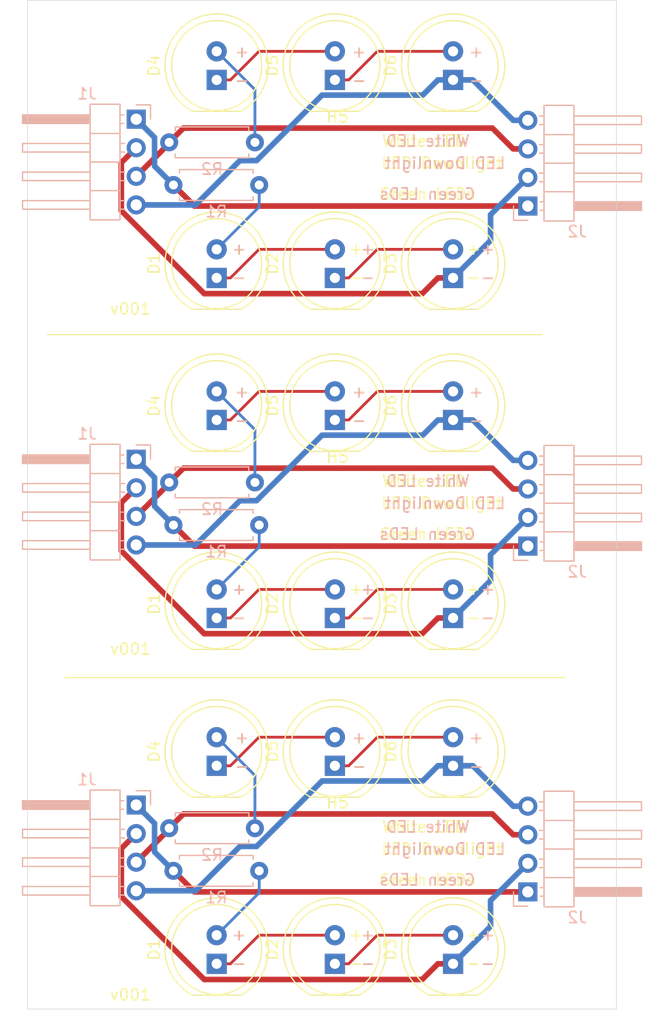
<source format=kicad_pcb>
(kicad_pcb (version 20171130) (host pcbnew "(5.1.5-0-10_14)")

  (general
    (thickness 1.6)
    (drawings 99)
    (tracks 138)
    (zones 0)
    (modules 45)
    (nets 11)
  )

  (page A4)
  (layers
    (0 F.Cu signal)
    (31 B.Cu signal)
    (32 B.Adhes user)
    (33 F.Adhes user)
    (34 B.Paste user)
    (35 F.Paste user)
    (36 B.SilkS user)
    (37 F.SilkS user)
    (38 B.Mask user)
    (39 F.Mask user)
    (40 Dwgs.User user)
    (41 Cmts.User user)
    (42 Eco1.User user)
    (43 Eco2.User user)
    (44 Edge.Cuts user)
    (45 Margin user)
    (46 B.CrtYd user)
    (47 F.CrtYd user)
    (48 B.Fab user)
    (49 F.Fab user)
  )

  (setup
    (last_trace_width 0.5)
    (user_trace_width 0.8)
    (trace_clearance 0.2)
    (zone_clearance 0.508)
    (zone_45_only no)
    (trace_min 0.2)
    (via_size 0.8)
    (via_drill 0.4)
    (via_min_size 0.4)
    (via_min_drill 0.3)
    (uvia_size 0.3)
    (uvia_drill 0.1)
    (uvias_allowed no)
    (uvia_min_size 0.2)
    (uvia_min_drill 0.1)
    (edge_width 0.05)
    (segment_width 0.2)
    (pcb_text_width 0.3)
    (pcb_text_size 1.5 1.5)
    (mod_edge_width 0.12)
    (mod_text_size 1 1)
    (mod_text_width 0.15)
    (pad_size 1.524 1.524)
    (pad_drill 0.762)
    (pad_to_mask_clearance 0.051)
    (solder_mask_min_width 0.25)
    (aux_axis_origin 0 0)
    (visible_elements FFFFF77F)
    (pcbplotparams
      (layerselection 0x010fc_ffffffff)
      (usegerberextensions false)
      (usegerberattributes false)
      (usegerberadvancedattributes false)
      (creategerberjobfile false)
      (excludeedgelayer true)
      (linewidth 0.100000)
      (plotframeref false)
      (viasonmask false)
      (mode 1)
      (useauxorigin false)
      (hpglpennumber 1)
      (hpglpenspeed 20)
      (hpglpendiameter 15.000000)
      (psnegative false)
      (psa4output false)
      (plotreference true)
      (plotvalue true)
      (plotinvisibletext false)
      (padsonsilk false)
      (subtractmaskfromsilk false)
      (outputformat 1)
      (mirror false)
      (drillshape 1)
      (scaleselection 1)
      (outputdirectory ""))
  )

  (net 0 "")
  (net 1 "Net-(D1-Pad1)")
  (net 2 "Net-(D1-Pad2)")
  (net 3 "Net-(D2-Pad1)")
  (net 4 "Net-(D4-Pad2)")
  (net 5 "Net-(D4-Pad1)")
  (net 6 "Net-(D5-Pad1)")
  (net 7 /GNDGreen)
  (net 8 /GNDWhite)
  (net 9 /+12VWhite)
  (net 10 /+12VGreen)

  (net_class Default "This is the default net class."
    (clearance 0.2)
    (trace_width 0.5)
    (via_dia 0.8)
    (via_drill 0.4)
    (uvia_dia 0.3)
    (uvia_drill 0.1)
    (add_net "Net-(D1-Pad1)")
    (add_net "Net-(D1-Pad2)")
    (add_net "Net-(D2-Pad1)")
    (add_net "Net-(D4-Pad1)")
    (add_net "Net-(D4-Pad2)")
    (add_net "Net-(D5-Pad1)")
  )

  (net_class Power ""
    (clearance 0.2)
    (trace_width 0.5)
    (via_dia 0.8)
    (via_drill 0.4)
    (uvia_dia 0.3)
    (uvia_drill 0.1)
    (add_net /+12VGreen)
    (add_net /+12VWhite)
    (add_net /GNDGreen)
    (add_net /GNDWhite)
  )

  (module LED_THT:LED_D8.0mm (layer F.Cu) (tedit 587A3A7B) (tstamp 5EED8B9D)
    (at 183.17 128.564 90)
    (descr "LED, diameter 8.0mm, 2 pins, http://cdn-reichelt.de/documents/datenblatt/A500/LED8MMGE_LED8MMGN_LED8MMRT%23KIN.pdf")
    (tags "LED diameter 8.0mm 2 pins")
    (path /5E9F5CDB)
    (fp_text reference D1 (at 1.27 -5.56 90) (layer F.SilkS)
      (effects (font (size 1 1) (thickness 0.15)))
    )
    (fp_text value LED (at 1.27 5.56 90) (layer F.Fab)
      (effects (font (size 1 1) (thickness 0.15)))
    )
    (fp_line (start 6.1 -4.85) (end -3.55 -4.85) (layer F.CrtYd) (width 0.05))
    (fp_line (start 6.1 4.85) (end 6.1 -4.85) (layer F.CrtYd) (width 0.05))
    (fp_line (start -3.55 4.85) (end 6.1 4.85) (layer F.CrtYd) (width 0.05))
    (fp_line (start -3.55 -4.85) (end -3.55 4.85) (layer F.CrtYd) (width 0.05))
    (fp_line (start -2.79 -2.142) (end -2.79 2.142) (layer F.SilkS) (width 0.12))
    (fp_line (start -2.73 -2.061553) (end -2.73 2.061553) (layer F.Fab) (width 0.1))
    (fp_circle (center 1.27 0) (end 5.27 0) (layer F.SilkS) (width 0.12))
    (fp_circle (center 1.27 0) (end 5.27 0) (layer F.Fab) (width 0.1))
    (fp_arc (start 1.27 0) (end -2.79 2.141145) (angle -152.2) (layer F.SilkS) (width 0.12))
    (fp_arc (start 1.27 0) (end -2.79 -2.141145) (angle 152.2) (layer F.SilkS) (width 0.12))
    (fp_arc (start 1.27 0) (end -2.73 -2.061553) (angle 305.5) (layer F.Fab) (width 0.1))
    (pad 2 thru_hole circle (at 2.54 0 90) (size 1.8 1.8) (drill 0.9) (layers *.Cu *.Mask)
      (net 2 "Net-(D1-Pad2)"))
    (pad 1 thru_hole rect (at 0 0 90) (size 1.8 1.8) (drill 0.9) (layers *.Cu *.Mask)
      (net 1 "Net-(D1-Pad1)"))
    (model ${KISYS3DMOD}/LED_THT.3dshapes/LED_D8.0mm.wrl
      (at (xyz 0 0 0))
      (scale (xyz 1 1 1))
      (rotate (xyz 0 0 0))
    )
  )

  (module LED_THT:LED_D8.0mm (layer F.Cu) (tedit 587A3A7B) (tstamp 5EED8B8D)
    (at 193.675 128.564 90)
    (descr "LED, diameter 8.0mm, 2 pins, http://cdn-reichelt.de/documents/datenblatt/A500/LED8MMGE_LED8MMGN_LED8MMRT%23KIN.pdf")
    (tags "LED diameter 8.0mm 2 pins")
    (path /5E9F6574)
    (fp_text reference D2 (at 1.27 -5.56 90) (layer F.SilkS)
      (effects (font (size 1 1) (thickness 0.15)))
    )
    (fp_text value LED (at 1.27 5.56 90) (layer F.Fab)
      (effects (font (size 1 1) (thickness 0.15)))
    )
    (fp_line (start 6.1 -4.85) (end -3.55 -4.85) (layer F.CrtYd) (width 0.05))
    (fp_line (start 6.1 4.85) (end 6.1 -4.85) (layer F.CrtYd) (width 0.05))
    (fp_line (start -3.55 4.85) (end 6.1 4.85) (layer F.CrtYd) (width 0.05))
    (fp_line (start -3.55 -4.85) (end -3.55 4.85) (layer F.CrtYd) (width 0.05))
    (fp_line (start -2.79 -2.142) (end -2.79 2.142) (layer F.SilkS) (width 0.12))
    (fp_line (start -2.73 -2.061553) (end -2.73 2.061553) (layer F.Fab) (width 0.1))
    (fp_circle (center 1.27 0) (end 5.27 0) (layer F.SilkS) (width 0.12))
    (fp_circle (center 1.27 0) (end 5.27 0) (layer F.Fab) (width 0.1))
    (fp_arc (start 1.27 0) (end -2.79 2.141145) (angle -152.2) (layer F.SilkS) (width 0.12))
    (fp_arc (start 1.27 0) (end -2.79 -2.141145) (angle 152.2) (layer F.SilkS) (width 0.12))
    (fp_arc (start 1.27 0) (end -2.73 -2.061553) (angle 305.5) (layer F.Fab) (width 0.1))
    (pad 2 thru_hole circle (at 2.54 0 90) (size 1.8 1.8) (drill 0.9) (layers *.Cu *.Mask)
      (net 1 "Net-(D1-Pad1)"))
    (pad 1 thru_hole rect (at 0 0 90) (size 1.8 1.8) (drill 0.9) (layers *.Cu *.Mask)
      (net 3 "Net-(D2-Pad1)"))
    (model ${KISYS3DMOD}/LED_THT.3dshapes/LED_D8.0mm.wrl
      (at (xyz 0 0 0))
      (scale (xyz 1 1 1))
      (rotate (xyz 0 0 0))
    )
  )

  (module LED_THT:LED_D8.0mm (layer F.Cu) (tedit 587A3A7B) (tstamp 5EED8B7C)
    (at 204.18 128.564 90)
    (descr "LED, diameter 8.0mm, 2 pins, http://cdn-reichelt.de/documents/datenblatt/A500/LED8MMGE_LED8MMGN_LED8MMRT%23KIN.pdf")
    (tags "LED diameter 8.0mm 2 pins")
    (path /5E9F70E1)
    (fp_text reference D3 (at 1.27 -5.56 90) (layer F.SilkS)
      (effects (font (size 1 1) (thickness 0.15)))
    )
    (fp_text value LED (at 1.27 5.56 90) (layer F.Fab)
      (effects (font (size 1 1) (thickness 0.15)))
    )
    (fp_line (start 6.1 -4.85) (end -3.55 -4.85) (layer F.CrtYd) (width 0.05))
    (fp_line (start 6.1 4.85) (end 6.1 -4.85) (layer F.CrtYd) (width 0.05))
    (fp_line (start -3.55 4.85) (end 6.1 4.85) (layer F.CrtYd) (width 0.05))
    (fp_line (start -3.55 -4.85) (end -3.55 4.85) (layer F.CrtYd) (width 0.05))
    (fp_line (start -2.79 -2.142) (end -2.79 2.142) (layer F.SilkS) (width 0.12))
    (fp_line (start -2.73 -2.061553) (end -2.73 2.061553) (layer F.Fab) (width 0.1))
    (fp_circle (center 1.27 0) (end 5.27 0) (layer F.SilkS) (width 0.12))
    (fp_circle (center 1.27 0) (end 5.27 0) (layer F.Fab) (width 0.1))
    (fp_arc (start 1.27 0) (end -2.79 2.141145) (angle -152.2) (layer F.SilkS) (width 0.12))
    (fp_arc (start 1.27 0) (end -2.79 -2.141145) (angle 152.2) (layer F.SilkS) (width 0.12))
    (fp_arc (start 1.27 0) (end -2.73 -2.061553) (angle 305.5) (layer F.Fab) (width 0.1))
    (pad 2 thru_hole circle (at 2.54 0 90) (size 1.8 1.8) (drill 0.9) (layers *.Cu *.Mask)
      (net 3 "Net-(D2-Pad1)"))
    (pad 1 thru_hole rect (at 0 0 90) (size 1.8 1.8) (drill 0.9) (layers *.Cu *.Mask)
      (net 7 /GNDGreen))
    (model ${KISYS3DMOD}/LED_THT.3dshapes/LED_D8.0mm.wrl
      (at (xyz 0 0 0))
      (scale (xyz 1 1 1))
      (rotate (xyz 0 0 0))
    )
  )

  (module LED_THT:LED_D8.0mm (layer F.Cu) (tedit 587A3A7B) (tstamp 5EED8B6C)
    (at 183.17 110.964 90)
    (descr "LED, diameter 8.0mm, 2 pins, http://cdn-reichelt.de/documents/datenblatt/A500/LED8MMGE_LED8MMGN_LED8MMRT%23KIN.pdf")
    (tags "LED diameter 8.0mm 2 pins")
    (path /5EE55F24)
    (fp_text reference D4 (at 1.27 -5.56 90) (layer F.SilkS)
      (effects (font (size 1 1) (thickness 0.15)))
    )
    (fp_text value LED (at 1.27 5.56 90) (layer F.Fab)
      (effects (font (size 1 1) (thickness 0.15)))
    )
    (fp_line (start 6.1 -4.85) (end -3.55 -4.85) (layer F.CrtYd) (width 0.05))
    (fp_line (start 6.1 4.85) (end 6.1 -4.85) (layer F.CrtYd) (width 0.05))
    (fp_line (start -3.55 4.85) (end 6.1 4.85) (layer F.CrtYd) (width 0.05))
    (fp_line (start -3.55 -4.85) (end -3.55 4.85) (layer F.CrtYd) (width 0.05))
    (fp_line (start -2.79 -2.142) (end -2.79 2.142) (layer F.SilkS) (width 0.12))
    (fp_line (start -2.73 -2.061553) (end -2.73 2.061553) (layer F.Fab) (width 0.1))
    (fp_circle (center 1.27 0) (end 5.27 0) (layer F.SilkS) (width 0.12))
    (fp_circle (center 1.27 0) (end 5.27 0) (layer F.Fab) (width 0.1))
    (fp_arc (start 1.27 0) (end -2.79 2.141145) (angle -152.2) (layer F.SilkS) (width 0.12))
    (fp_arc (start 1.27 0) (end -2.79 -2.141145) (angle 152.2) (layer F.SilkS) (width 0.12))
    (fp_arc (start 1.27 0) (end -2.73 -2.061553) (angle 305.5) (layer F.Fab) (width 0.1))
    (pad 2 thru_hole circle (at 2.54 0 90) (size 1.8 1.8) (drill 0.9) (layers *.Cu *.Mask)
      (net 4 "Net-(D4-Pad2)"))
    (pad 1 thru_hole rect (at 0 0 90) (size 1.8 1.8) (drill 0.9) (layers *.Cu *.Mask)
      (net 5 "Net-(D4-Pad1)"))
    (model ${KISYS3DMOD}/LED_THT.3dshapes/LED_D8.0mm.wrl
      (at (xyz 0 0 0))
      (scale (xyz 1 1 1))
      (rotate (xyz 0 0 0))
    )
  )

  (module LED_THT:LED_D8.0mm (layer F.Cu) (tedit 587A3A7B) (tstamp 5EED8B5C)
    (at 193.675 110.964 90)
    (descr "LED, diameter 8.0mm, 2 pins, http://cdn-reichelt.de/documents/datenblatt/A500/LED8MMGE_LED8MMGN_LED8MMRT%23KIN.pdf")
    (tags "LED diameter 8.0mm 2 pins")
    (path /5EE55F2E)
    (fp_text reference D5 (at 1.27 -5.56 90) (layer F.SilkS)
      (effects (font (size 1 1) (thickness 0.15)))
    )
    (fp_text value LED (at 1.27 5.56 90) (layer F.Fab)
      (effects (font (size 1 1) (thickness 0.15)))
    )
    (fp_line (start 6.1 -4.85) (end -3.55 -4.85) (layer F.CrtYd) (width 0.05))
    (fp_line (start 6.1 4.85) (end 6.1 -4.85) (layer F.CrtYd) (width 0.05))
    (fp_line (start -3.55 4.85) (end 6.1 4.85) (layer F.CrtYd) (width 0.05))
    (fp_line (start -3.55 -4.85) (end -3.55 4.85) (layer F.CrtYd) (width 0.05))
    (fp_line (start -2.79 -2.142) (end -2.79 2.142) (layer F.SilkS) (width 0.12))
    (fp_line (start -2.73 -2.061553) (end -2.73 2.061553) (layer F.Fab) (width 0.1))
    (fp_circle (center 1.27 0) (end 5.27 0) (layer F.SilkS) (width 0.12))
    (fp_circle (center 1.27 0) (end 5.27 0) (layer F.Fab) (width 0.1))
    (fp_arc (start 1.27 0) (end -2.79 2.141145) (angle -152.2) (layer F.SilkS) (width 0.12))
    (fp_arc (start 1.27 0) (end -2.79 -2.141145) (angle 152.2) (layer F.SilkS) (width 0.12))
    (fp_arc (start 1.27 0) (end -2.73 -2.061553) (angle 305.5) (layer F.Fab) (width 0.1))
    (pad 2 thru_hole circle (at 2.54 0 90) (size 1.8 1.8) (drill 0.9) (layers *.Cu *.Mask)
      (net 5 "Net-(D4-Pad1)"))
    (pad 1 thru_hole rect (at 0 0 90) (size 1.8 1.8) (drill 0.9) (layers *.Cu *.Mask)
      (net 6 "Net-(D5-Pad1)"))
    (model ${KISYS3DMOD}/LED_THT.3dshapes/LED_D8.0mm.wrl
      (at (xyz 0 0 0))
      (scale (xyz 1 1 1))
      (rotate (xyz 0 0 0))
    )
  )

  (module LED_THT:LED_D8.0mm (layer F.Cu) (tedit 587A3A7B) (tstamp 5EED8B4C)
    (at 204.18 110.964 90)
    (descr "LED, diameter 8.0mm, 2 pins, http://cdn-reichelt.de/documents/datenblatt/A500/LED8MMGE_LED8MMGN_LED8MMRT%23KIN.pdf")
    (tags "LED diameter 8.0mm 2 pins")
    (path /5EE55F38)
    (fp_text reference D6 (at 1.27 -5.56 90) (layer F.SilkS)
      (effects (font (size 1 1) (thickness 0.15)))
    )
    (fp_text value LED (at 1.27 5.56 90) (layer F.Fab)
      (effects (font (size 1 1) (thickness 0.15)))
    )
    (fp_line (start 6.1 -4.85) (end -3.55 -4.85) (layer F.CrtYd) (width 0.05))
    (fp_line (start 6.1 4.85) (end 6.1 -4.85) (layer F.CrtYd) (width 0.05))
    (fp_line (start -3.55 4.85) (end 6.1 4.85) (layer F.CrtYd) (width 0.05))
    (fp_line (start -3.55 -4.85) (end -3.55 4.85) (layer F.CrtYd) (width 0.05))
    (fp_line (start -2.79 -2.142) (end -2.79 2.142) (layer F.SilkS) (width 0.12))
    (fp_line (start -2.73 -2.061553) (end -2.73 2.061553) (layer F.Fab) (width 0.1))
    (fp_circle (center 1.27 0) (end 5.27 0) (layer F.SilkS) (width 0.12))
    (fp_circle (center 1.27 0) (end 5.27 0) (layer F.Fab) (width 0.1))
    (fp_arc (start 1.27 0) (end -2.79 2.141145) (angle -152.2) (layer F.SilkS) (width 0.12))
    (fp_arc (start 1.27 0) (end -2.79 -2.141145) (angle 152.2) (layer F.SilkS) (width 0.12))
    (fp_arc (start 1.27 0) (end -2.73 -2.061553) (angle 305.5) (layer F.Fab) (width 0.1))
    (pad 2 thru_hole circle (at 2.54 0 90) (size 1.8 1.8) (drill 0.9) (layers *.Cu *.Mask)
      (net 6 "Net-(D5-Pad1)"))
    (pad 1 thru_hole rect (at 0 0 90) (size 1.8 1.8) (drill 0.9) (layers *.Cu *.Mask)
      (net 8 /GNDWhite))
    (model ${KISYS3DMOD}/LED_THT.3dshapes/LED_D8.0mm.wrl
      (at (xyz 0 0 0))
      (scale (xyz 1 1 1))
      (rotate (xyz 0 0 0))
    )
  )

  (module Connector_PinHeader_2.54mm:PinHeader_1x04_P2.54mm_Horizontal (layer B.Cu) (tedit 59FED5CB) (tstamp 5EED8AFE)
    (at 176.022 114.454 180)
    (descr "Through hole angled pin header, 1x04, 2.54mm pitch, 6mm pin length, single row")
    (tags "Through hole angled pin header THT 1x04 2.54mm single row")
    (path /5EE5878F)
    (fp_text reference J1 (at 4.385 2.27) (layer B.SilkS)
      (effects (font (size 1 1) (thickness 0.15)) (justify mirror))
    )
    (fp_text value Conn_01x04_Female (at 4.385 -9.89) (layer B.Fab)
      (effects (font (size 1 1) (thickness 0.15)) (justify mirror))
    )
    (fp_text user %R (at 2.77 -3.81 270) (layer B.Fab)
      (effects (font (size 1 1) (thickness 0.15)) (justify mirror))
    )
    (fp_line (start 10.55 1.8) (end -1.8 1.8) (layer B.CrtYd) (width 0.05))
    (fp_line (start 10.55 -9.4) (end 10.55 1.8) (layer B.CrtYd) (width 0.05))
    (fp_line (start -1.8 -9.4) (end 10.55 -9.4) (layer B.CrtYd) (width 0.05))
    (fp_line (start -1.8 1.8) (end -1.8 -9.4) (layer B.CrtYd) (width 0.05))
    (fp_line (start -1.27 1.27) (end 0 1.27) (layer B.SilkS) (width 0.12))
    (fp_line (start -1.27 0) (end -1.27 1.27) (layer B.SilkS) (width 0.12))
    (fp_line (start 1.042929 -8) (end 1.44 -8) (layer B.SilkS) (width 0.12))
    (fp_line (start 1.042929 -7.24) (end 1.44 -7.24) (layer B.SilkS) (width 0.12))
    (fp_line (start 10.1 -8) (end 4.1 -8) (layer B.SilkS) (width 0.12))
    (fp_line (start 10.1 -7.24) (end 10.1 -8) (layer B.SilkS) (width 0.12))
    (fp_line (start 4.1 -7.24) (end 10.1 -7.24) (layer B.SilkS) (width 0.12))
    (fp_line (start 1.44 -6.35) (end 4.1 -6.35) (layer B.SilkS) (width 0.12))
    (fp_line (start 1.042929 -5.46) (end 1.44 -5.46) (layer B.SilkS) (width 0.12))
    (fp_line (start 1.042929 -4.7) (end 1.44 -4.7) (layer B.SilkS) (width 0.12))
    (fp_line (start 10.1 -5.46) (end 4.1 -5.46) (layer B.SilkS) (width 0.12))
    (fp_line (start 10.1 -4.7) (end 10.1 -5.46) (layer B.SilkS) (width 0.12))
    (fp_line (start 4.1 -4.7) (end 10.1 -4.7) (layer B.SilkS) (width 0.12))
    (fp_line (start 1.44 -3.81) (end 4.1 -3.81) (layer B.SilkS) (width 0.12))
    (fp_line (start 1.042929 -2.92) (end 1.44 -2.92) (layer B.SilkS) (width 0.12))
    (fp_line (start 1.042929 -2.16) (end 1.44 -2.16) (layer B.SilkS) (width 0.12))
    (fp_line (start 10.1 -2.92) (end 4.1 -2.92) (layer B.SilkS) (width 0.12))
    (fp_line (start 10.1 -2.16) (end 10.1 -2.92) (layer B.SilkS) (width 0.12))
    (fp_line (start 4.1 -2.16) (end 10.1 -2.16) (layer B.SilkS) (width 0.12))
    (fp_line (start 1.44 -1.27) (end 4.1 -1.27) (layer B.SilkS) (width 0.12))
    (fp_line (start 1.11 -0.38) (end 1.44 -0.38) (layer B.SilkS) (width 0.12))
    (fp_line (start 1.11 0.38) (end 1.44 0.38) (layer B.SilkS) (width 0.12))
    (fp_line (start 4.1 -0.28) (end 10.1 -0.28) (layer B.SilkS) (width 0.12))
    (fp_line (start 4.1 -0.16) (end 10.1 -0.16) (layer B.SilkS) (width 0.12))
    (fp_line (start 4.1 -0.04) (end 10.1 -0.04) (layer B.SilkS) (width 0.12))
    (fp_line (start 4.1 0.08) (end 10.1 0.08) (layer B.SilkS) (width 0.12))
    (fp_line (start 4.1 0.2) (end 10.1 0.2) (layer B.SilkS) (width 0.12))
    (fp_line (start 4.1 0.32) (end 10.1 0.32) (layer B.SilkS) (width 0.12))
    (fp_line (start 10.1 -0.38) (end 4.1 -0.38) (layer B.SilkS) (width 0.12))
    (fp_line (start 10.1 0.38) (end 10.1 -0.38) (layer B.SilkS) (width 0.12))
    (fp_line (start 4.1 0.38) (end 10.1 0.38) (layer B.SilkS) (width 0.12))
    (fp_line (start 4.1 1.33) (end 1.44 1.33) (layer B.SilkS) (width 0.12))
    (fp_line (start 4.1 -8.95) (end 4.1 1.33) (layer B.SilkS) (width 0.12))
    (fp_line (start 1.44 -8.95) (end 4.1 -8.95) (layer B.SilkS) (width 0.12))
    (fp_line (start 1.44 1.33) (end 1.44 -8.95) (layer B.SilkS) (width 0.12))
    (fp_line (start 4.04 -7.94) (end 10.04 -7.94) (layer B.Fab) (width 0.1))
    (fp_line (start 10.04 -7.3) (end 10.04 -7.94) (layer B.Fab) (width 0.1))
    (fp_line (start 4.04 -7.3) (end 10.04 -7.3) (layer B.Fab) (width 0.1))
    (fp_line (start -0.32 -7.94) (end 1.5 -7.94) (layer B.Fab) (width 0.1))
    (fp_line (start -0.32 -7.3) (end -0.32 -7.94) (layer B.Fab) (width 0.1))
    (fp_line (start -0.32 -7.3) (end 1.5 -7.3) (layer B.Fab) (width 0.1))
    (fp_line (start 4.04 -5.4) (end 10.04 -5.4) (layer B.Fab) (width 0.1))
    (fp_line (start 10.04 -4.76) (end 10.04 -5.4) (layer B.Fab) (width 0.1))
    (fp_line (start 4.04 -4.76) (end 10.04 -4.76) (layer B.Fab) (width 0.1))
    (fp_line (start -0.32 -5.4) (end 1.5 -5.4) (layer B.Fab) (width 0.1))
    (fp_line (start -0.32 -4.76) (end -0.32 -5.4) (layer B.Fab) (width 0.1))
    (fp_line (start -0.32 -4.76) (end 1.5 -4.76) (layer B.Fab) (width 0.1))
    (fp_line (start 4.04 -2.86) (end 10.04 -2.86) (layer B.Fab) (width 0.1))
    (fp_line (start 10.04 -2.22) (end 10.04 -2.86) (layer B.Fab) (width 0.1))
    (fp_line (start 4.04 -2.22) (end 10.04 -2.22) (layer B.Fab) (width 0.1))
    (fp_line (start -0.32 -2.86) (end 1.5 -2.86) (layer B.Fab) (width 0.1))
    (fp_line (start -0.32 -2.22) (end -0.32 -2.86) (layer B.Fab) (width 0.1))
    (fp_line (start -0.32 -2.22) (end 1.5 -2.22) (layer B.Fab) (width 0.1))
    (fp_line (start 4.04 -0.32) (end 10.04 -0.32) (layer B.Fab) (width 0.1))
    (fp_line (start 10.04 0.32) (end 10.04 -0.32) (layer B.Fab) (width 0.1))
    (fp_line (start 4.04 0.32) (end 10.04 0.32) (layer B.Fab) (width 0.1))
    (fp_line (start -0.32 -0.32) (end 1.5 -0.32) (layer B.Fab) (width 0.1))
    (fp_line (start -0.32 0.32) (end -0.32 -0.32) (layer B.Fab) (width 0.1))
    (fp_line (start -0.32 0.32) (end 1.5 0.32) (layer B.Fab) (width 0.1))
    (fp_line (start 1.5 0.635) (end 2.135 1.27) (layer B.Fab) (width 0.1))
    (fp_line (start 1.5 -8.89) (end 1.5 0.635) (layer B.Fab) (width 0.1))
    (fp_line (start 4.04 -8.89) (end 1.5 -8.89) (layer B.Fab) (width 0.1))
    (fp_line (start 4.04 1.27) (end 4.04 -8.89) (layer B.Fab) (width 0.1))
    (fp_line (start 2.135 1.27) (end 4.04 1.27) (layer B.Fab) (width 0.1))
    (pad 4 thru_hole oval (at 0 -7.62 180) (size 1.7 1.7) (drill 1) (layers *.Cu *.Mask)
      (net 8 /GNDWhite))
    (pad 3 thru_hole oval (at 0 -5.08 180) (size 1.7 1.7) (drill 1) (layers *.Cu *.Mask)
      (net 9 /+12VWhite))
    (pad 2 thru_hole oval (at 0 -2.54 180) (size 1.7 1.7) (drill 1) (layers *.Cu *.Mask)
      (net 7 /GNDGreen))
    (pad 1 thru_hole rect (at 0 0 180) (size 1.7 1.7) (drill 1) (layers *.Cu *.Mask)
      (net 10 /+12VGreen))
    (model ${KISYS3DMOD}/Connector_PinHeader_2.54mm.3dshapes/PinHeader_1x04_P2.54mm_Horizontal.wrl
      (at (xyz 0 0 0))
      (scale (xyz 1 1 1))
      (rotate (xyz 0 0 0))
    )
  )

  (module Connector_PinHeader_2.54mm:PinHeader_1x04_P2.54mm_Horizontal (layer B.Cu) (tedit 59FED5CB) (tstamp 5EED8AB2)
    (at 210.82 122.174)
    (descr "Through hole angled pin header, 1x04, 2.54mm pitch, 6mm pin length, single row")
    (tags "Through hole angled pin header THT 1x04 2.54mm single row")
    (path /5EE59171)
    (fp_text reference J2 (at 4.385 2.27) (layer B.SilkS)
      (effects (font (size 1 1) (thickness 0.15)) (justify mirror))
    )
    (fp_text value Conn_01x04_Female (at 4.385 -9.89) (layer B.Fab)
      (effects (font (size 1 1) (thickness 0.15)) (justify mirror))
    )
    (fp_text user %R (at 2.77 -3.81 -90) (layer B.Fab)
      (effects (font (size 1 1) (thickness 0.15)) (justify mirror))
    )
    (fp_line (start 10.55 1.8) (end -1.8 1.8) (layer B.CrtYd) (width 0.05))
    (fp_line (start 10.55 -9.4) (end 10.55 1.8) (layer B.CrtYd) (width 0.05))
    (fp_line (start -1.8 -9.4) (end 10.55 -9.4) (layer B.CrtYd) (width 0.05))
    (fp_line (start -1.8 1.8) (end -1.8 -9.4) (layer B.CrtYd) (width 0.05))
    (fp_line (start -1.27 1.27) (end 0 1.27) (layer B.SilkS) (width 0.12))
    (fp_line (start -1.27 0) (end -1.27 1.27) (layer B.SilkS) (width 0.12))
    (fp_line (start 1.042929 -8) (end 1.44 -8) (layer B.SilkS) (width 0.12))
    (fp_line (start 1.042929 -7.24) (end 1.44 -7.24) (layer B.SilkS) (width 0.12))
    (fp_line (start 10.1 -8) (end 4.1 -8) (layer B.SilkS) (width 0.12))
    (fp_line (start 10.1 -7.24) (end 10.1 -8) (layer B.SilkS) (width 0.12))
    (fp_line (start 4.1 -7.24) (end 10.1 -7.24) (layer B.SilkS) (width 0.12))
    (fp_line (start 1.44 -6.35) (end 4.1 -6.35) (layer B.SilkS) (width 0.12))
    (fp_line (start 1.042929 -5.46) (end 1.44 -5.46) (layer B.SilkS) (width 0.12))
    (fp_line (start 1.042929 -4.7) (end 1.44 -4.7) (layer B.SilkS) (width 0.12))
    (fp_line (start 10.1 -5.46) (end 4.1 -5.46) (layer B.SilkS) (width 0.12))
    (fp_line (start 10.1 -4.7) (end 10.1 -5.46) (layer B.SilkS) (width 0.12))
    (fp_line (start 4.1 -4.7) (end 10.1 -4.7) (layer B.SilkS) (width 0.12))
    (fp_line (start 1.44 -3.81) (end 4.1 -3.81) (layer B.SilkS) (width 0.12))
    (fp_line (start 1.042929 -2.92) (end 1.44 -2.92) (layer B.SilkS) (width 0.12))
    (fp_line (start 1.042929 -2.16) (end 1.44 -2.16) (layer B.SilkS) (width 0.12))
    (fp_line (start 10.1 -2.92) (end 4.1 -2.92) (layer B.SilkS) (width 0.12))
    (fp_line (start 10.1 -2.16) (end 10.1 -2.92) (layer B.SilkS) (width 0.12))
    (fp_line (start 4.1 -2.16) (end 10.1 -2.16) (layer B.SilkS) (width 0.12))
    (fp_line (start 1.44 -1.27) (end 4.1 -1.27) (layer B.SilkS) (width 0.12))
    (fp_line (start 1.11 -0.38) (end 1.44 -0.38) (layer B.SilkS) (width 0.12))
    (fp_line (start 1.11 0.38) (end 1.44 0.38) (layer B.SilkS) (width 0.12))
    (fp_line (start 4.1 -0.28) (end 10.1 -0.28) (layer B.SilkS) (width 0.12))
    (fp_line (start 4.1 -0.16) (end 10.1 -0.16) (layer B.SilkS) (width 0.12))
    (fp_line (start 4.1 -0.04) (end 10.1 -0.04) (layer B.SilkS) (width 0.12))
    (fp_line (start 4.1 0.08) (end 10.1 0.08) (layer B.SilkS) (width 0.12))
    (fp_line (start 4.1 0.2) (end 10.1 0.2) (layer B.SilkS) (width 0.12))
    (fp_line (start 4.1 0.32) (end 10.1 0.32) (layer B.SilkS) (width 0.12))
    (fp_line (start 10.1 -0.38) (end 4.1 -0.38) (layer B.SilkS) (width 0.12))
    (fp_line (start 10.1 0.38) (end 10.1 -0.38) (layer B.SilkS) (width 0.12))
    (fp_line (start 4.1 0.38) (end 10.1 0.38) (layer B.SilkS) (width 0.12))
    (fp_line (start 4.1 1.33) (end 1.44 1.33) (layer B.SilkS) (width 0.12))
    (fp_line (start 4.1 -8.95) (end 4.1 1.33) (layer B.SilkS) (width 0.12))
    (fp_line (start 1.44 -8.95) (end 4.1 -8.95) (layer B.SilkS) (width 0.12))
    (fp_line (start 1.44 1.33) (end 1.44 -8.95) (layer B.SilkS) (width 0.12))
    (fp_line (start 4.04 -7.94) (end 10.04 -7.94) (layer B.Fab) (width 0.1))
    (fp_line (start 10.04 -7.3) (end 10.04 -7.94) (layer B.Fab) (width 0.1))
    (fp_line (start 4.04 -7.3) (end 10.04 -7.3) (layer B.Fab) (width 0.1))
    (fp_line (start -0.32 -7.94) (end 1.5 -7.94) (layer B.Fab) (width 0.1))
    (fp_line (start -0.32 -7.3) (end -0.32 -7.94) (layer B.Fab) (width 0.1))
    (fp_line (start -0.32 -7.3) (end 1.5 -7.3) (layer B.Fab) (width 0.1))
    (fp_line (start 4.04 -5.4) (end 10.04 -5.4) (layer B.Fab) (width 0.1))
    (fp_line (start 10.04 -4.76) (end 10.04 -5.4) (layer B.Fab) (width 0.1))
    (fp_line (start 4.04 -4.76) (end 10.04 -4.76) (layer B.Fab) (width 0.1))
    (fp_line (start -0.32 -5.4) (end 1.5 -5.4) (layer B.Fab) (width 0.1))
    (fp_line (start -0.32 -4.76) (end -0.32 -5.4) (layer B.Fab) (width 0.1))
    (fp_line (start -0.32 -4.76) (end 1.5 -4.76) (layer B.Fab) (width 0.1))
    (fp_line (start 4.04 -2.86) (end 10.04 -2.86) (layer B.Fab) (width 0.1))
    (fp_line (start 10.04 -2.22) (end 10.04 -2.86) (layer B.Fab) (width 0.1))
    (fp_line (start 4.04 -2.22) (end 10.04 -2.22) (layer B.Fab) (width 0.1))
    (fp_line (start -0.32 -2.86) (end 1.5 -2.86) (layer B.Fab) (width 0.1))
    (fp_line (start -0.32 -2.22) (end -0.32 -2.86) (layer B.Fab) (width 0.1))
    (fp_line (start -0.32 -2.22) (end 1.5 -2.22) (layer B.Fab) (width 0.1))
    (fp_line (start 4.04 -0.32) (end 10.04 -0.32) (layer B.Fab) (width 0.1))
    (fp_line (start 10.04 0.32) (end 10.04 -0.32) (layer B.Fab) (width 0.1))
    (fp_line (start 4.04 0.32) (end 10.04 0.32) (layer B.Fab) (width 0.1))
    (fp_line (start -0.32 -0.32) (end 1.5 -0.32) (layer B.Fab) (width 0.1))
    (fp_line (start -0.32 0.32) (end -0.32 -0.32) (layer B.Fab) (width 0.1))
    (fp_line (start -0.32 0.32) (end 1.5 0.32) (layer B.Fab) (width 0.1))
    (fp_line (start 1.5 0.635) (end 2.135 1.27) (layer B.Fab) (width 0.1))
    (fp_line (start 1.5 -8.89) (end 1.5 0.635) (layer B.Fab) (width 0.1))
    (fp_line (start 4.04 -8.89) (end 1.5 -8.89) (layer B.Fab) (width 0.1))
    (fp_line (start 4.04 1.27) (end 4.04 -8.89) (layer B.Fab) (width 0.1))
    (fp_line (start 2.135 1.27) (end 4.04 1.27) (layer B.Fab) (width 0.1))
    (pad 4 thru_hole oval (at 0 -7.62) (size 1.7 1.7) (drill 1) (layers *.Cu *.Mask)
      (net 8 /GNDWhite))
    (pad 3 thru_hole oval (at 0 -5.08) (size 1.7 1.7) (drill 1) (layers *.Cu *.Mask)
      (net 9 /+12VWhite))
    (pad 2 thru_hole oval (at 0 -2.54) (size 1.7 1.7) (drill 1) (layers *.Cu *.Mask)
      (net 7 /GNDGreen))
    (pad 1 thru_hole rect (at 0 0) (size 1.7 1.7) (drill 1) (layers *.Cu *.Mask)
      (net 10 /+12VGreen))
    (model ${KISYS3DMOD}/Connector_PinHeader_2.54mm.3dshapes/PinHeader_1x04_P2.54mm_Horizontal.wrl
      (at (xyz 0 0 0))
      (scale (xyz 1 1 1))
      (rotate (xyz 0 0 0))
    )
  )

  (module PT_Library_v001:R_Axial_DIN0207_L6.3mm_D2.5mm_P7.62mm_Horizontal (layer B.Cu) (tedit 5AE5139B) (tstamp 5EED8A9C)
    (at 179.33 120.304)
    (descr "Resistor, Axial_DIN0207 series, Axial, Horizontal, pin pitch=7.62mm, 0.25W = 1/4W, length*diameter=6.3*2.5mm^2, http://cdn-reichelt.de/documents/datenblatt/B400/1_4W%23YAG.pdf")
    (tags "Resistor Axial_DIN0207 series Axial Horizontal pin pitch 7.62mm 0.25W = 1/4W length 6.3mm diameter 2.5mm")
    (path /5E9F83C0)
    (fp_text reference R1 (at 3.81 2.37 180) (layer B.SilkS)
      (effects (font (size 1 1) (thickness 0.15)) (justify mirror))
    )
    (fp_text value R_US (at 3.81 -2.37 180) (layer B.Fab)
      (effects (font (size 1 1) (thickness 0.15)) (justify mirror))
    )
    (fp_text user %R (at 3.81 0 180) (layer B.Fab)
      (effects (font (size 1 1) (thickness 0.15)) (justify mirror))
    )
    (fp_line (start 8.67 1.5) (end -1.05 1.5) (layer B.CrtYd) (width 0.05))
    (fp_line (start 8.67 -1.5) (end 8.67 1.5) (layer B.CrtYd) (width 0.05))
    (fp_line (start -1.05 -1.5) (end 8.67 -1.5) (layer B.CrtYd) (width 0.05))
    (fp_line (start -1.05 1.5) (end -1.05 -1.5) (layer B.CrtYd) (width 0.05))
    (fp_line (start 7.08 -1.37) (end 7.08 -1.04) (layer B.SilkS) (width 0.12))
    (fp_line (start 0.54 -1.37) (end 7.08 -1.37) (layer B.SilkS) (width 0.12))
    (fp_line (start 0.54 -1.04) (end 0.54 -1.37) (layer B.SilkS) (width 0.12))
    (fp_line (start 7.08 1.37) (end 7.08 1.04) (layer B.SilkS) (width 0.12))
    (fp_line (start 0.54 1.37) (end 7.08 1.37) (layer B.SilkS) (width 0.12))
    (fp_line (start 0.54 1.04) (end 0.54 1.37) (layer B.SilkS) (width 0.12))
    (fp_line (start 7.62 0) (end 6.96 0) (layer B.Fab) (width 0.1))
    (fp_line (start 0 0) (end 0.66 0) (layer B.Fab) (width 0.1))
    (fp_line (start 6.96 1.25) (end 0.66 1.25) (layer B.Fab) (width 0.1))
    (fp_line (start 6.96 -1.25) (end 6.96 1.25) (layer B.Fab) (width 0.1))
    (fp_line (start 0.66 -1.25) (end 6.96 -1.25) (layer B.Fab) (width 0.1))
    (fp_line (start 0.66 1.25) (end 0.66 -1.25) (layer B.Fab) (width 0.1))
    (pad 2 thru_hole oval (at 7.62 0) (size 1.6 1.6) (drill 0.8) (layers *.Cu *.Mask)
      (net 2 "Net-(D1-Pad2)"))
    (pad 1 thru_hole circle (at 0 0) (size 1.6 1.6) (drill 0.8) (layers *.Cu *.Mask)
      (net 10 /+12VGreen))
    (model ${KISYS3DMOD}/Resistor_THT.3dshapes/R_Axial_DIN0207_L6.3mm_D2.5mm_P7.62mm_Horizontal.wrl
      (at (xyz 0 0 0))
      (scale (xyz 1 1 1))
      (rotate (xyz 0 0 0))
    )
  )

  (module PT_Library_v001:R_Axial_DIN0207_L6.3mm_D2.5mm_P7.62mm_Horizontal (layer B.Cu) (tedit 5AE5139B) (tstamp 5EED8A86)
    (at 178.95 116.514)
    (descr "Resistor, Axial_DIN0207 series, Axial, Horizontal, pin pitch=7.62mm, 0.25W = 1/4W, length*diameter=6.3*2.5mm^2, http://cdn-reichelt.de/documents/datenblatt/B400/1_4W%23YAG.pdf")
    (tags "Resistor Axial_DIN0207 series Axial Horizontal pin pitch 7.62mm 0.25W = 1/4W length 6.3mm diameter 2.5mm")
    (path /5EE55F42)
    (fp_text reference R2 (at 3.81 2.37 180) (layer B.SilkS)
      (effects (font (size 1 1) (thickness 0.15)) (justify mirror))
    )
    (fp_text value R_US (at 3.81 -2.37 180) (layer B.Fab)
      (effects (font (size 1 1) (thickness 0.15)) (justify mirror))
    )
    (fp_text user %R (at 3.81 0 180) (layer B.Fab)
      (effects (font (size 1 1) (thickness 0.15)) (justify mirror))
    )
    (fp_line (start 8.67 1.5) (end -1.05 1.5) (layer B.CrtYd) (width 0.05))
    (fp_line (start 8.67 -1.5) (end 8.67 1.5) (layer B.CrtYd) (width 0.05))
    (fp_line (start -1.05 -1.5) (end 8.67 -1.5) (layer B.CrtYd) (width 0.05))
    (fp_line (start -1.05 1.5) (end -1.05 -1.5) (layer B.CrtYd) (width 0.05))
    (fp_line (start 7.08 -1.37) (end 7.08 -1.04) (layer B.SilkS) (width 0.12))
    (fp_line (start 0.54 -1.37) (end 7.08 -1.37) (layer B.SilkS) (width 0.12))
    (fp_line (start 0.54 -1.04) (end 0.54 -1.37) (layer B.SilkS) (width 0.12))
    (fp_line (start 7.08 1.37) (end 7.08 1.04) (layer B.SilkS) (width 0.12))
    (fp_line (start 0.54 1.37) (end 7.08 1.37) (layer B.SilkS) (width 0.12))
    (fp_line (start 0.54 1.04) (end 0.54 1.37) (layer B.SilkS) (width 0.12))
    (fp_line (start 7.62 0) (end 6.96 0) (layer B.Fab) (width 0.1))
    (fp_line (start 0 0) (end 0.66 0) (layer B.Fab) (width 0.1))
    (fp_line (start 6.96 1.25) (end 0.66 1.25) (layer B.Fab) (width 0.1))
    (fp_line (start 6.96 -1.25) (end 6.96 1.25) (layer B.Fab) (width 0.1))
    (fp_line (start 0.66 -1.25) (end 6.96 -1.25) (layer B.Fab) (width 0.1))
    (fp_line (start 0.66 1.25) (end 0.66 -1.25) (layer B.Fab) (width 0.1))
    (pad 2 thru_hole oval (at 7.62 0) (size 1.6 1.6) (drill 0.8) (layers *.Cu *.Mask)
      (net 4 "Net-(D4-Pad2)"))
    (pad 1 thru_hole circle (at 0 0) (size 1.6 1.6) (drill 0.8) (layers *.Cu *.Mask)
      (net 9 /+12VWhite))
    (model ${KISYS3DMOD}/Resistor_THT.3dshapes/R_Axial_DIN0207_L6.3mm_D2.5mm_P7.62mm_Horizontal.wrl
      (at (xyz 0 0 0))
      (scale (xyz 1 1 1))
      (rotate (xyz 0 0 0))
    )
  )

  (module MountingHole:MountingHole_3.2mm_M3 (layer F.Cu) (tedit 56D1B4CB) (tstamp 5EED8A7F)
    (at 170.39 108.204)
    (descr "Mounting Hole 3.2mm, no annular, M3")
    (tags "mounting hole 3.2mm no annular m3")
    (path /5EE5B363)
    (attr virtual)
    (fp_text reference H1 (at 4.81 -1.01) (layer F.SilkS) hide
      (effects (font (size 1 1) (thickness 0.15)))
    )
    (fp_text value MountingHole (at 0 4.2) (layer F.Fab)
      (effects (font (size 1 1) (thickness 0.15)))
    )
    (fp_circle (center 0 0) (end 3.45 0) (layer F.CrtYd) (width 0.05))
    (fp_circle (center 0 0) (end 3.2 0) (layer Cmts.User) (width 0.15))
    (fp_text user %R (at 0.3 0) (layer F.Fab)
      (effects (font (size 1 1) (thickness 0.15)))
    )
    (pad 1 np_thru_hole circle (at 0 0) (size 3.2 3.2) (drill 3.2) (layers *.Cu *.Mask))
  )

  (module MountingHole:MountingHole_3.2mm_M3 (layer F.Cu) (tedit 56D1B4CB) (tstamp 5EED8A78)
    (at 214.514 108.204)
    (descr "Mounting Hole 3.2mm, no annular, M3")
    (tags "mounting hole 3.2mm no annular m3")
    (path /5EE5B85B)
    (attr virtual)
    (fp_text reference H2 (at -4.2 -2.38) (layer F.SilkS) hide
      (effects (font (size 1 1) (thickness 0.15)))
    )
    (fp_text value MountingHole (at 0 4.2) (layer F.Fab)
      (effects (font (size 1 1) (thickness 0.15)))
    )
    (fp_circle (center 0 0) (end 3.45 0) (layer F.CrtYd) (width 0.05))
    (fp_circle (center 0 0) (end 3.2 0) (layer Cmts.User) (width 0.15))
    (fp_text user %R (at 0.3 0) (layer F.Fab)
      (effects (font (size 1 1) (thickness 0.15)))
    )
    (pad 1 np_thru_hole circle (at 0 0) (size 3.2 3.2) (drill 3.2) (layers *.Cu *.Mask))
  )

  (module MountingHole:MountingHole_3.2mm_M3 (layer F.Cu) (tedit 56D1B4CB) (tstamp 5EED8A71)
    (at 170.39 128.794)
    (descr "Mounting Hole 3.2mm, no annular, M3")
    (tags "mounting hole 3.2mm no annular m3")
    (path /5EE5BD02)
    (attr virtual)
    (fp_text reference H3 (at 0 -4.2) (layer F.SilkS) hide
      (effects (font (size 1 1) (thickness 0.15)))
    )
    (fp_text value MountingHole (at 0 4.2) (layer F.Fab)
      (effects (font (size 1 1) (thickness 0.15)))
    )
    (fp_circle (center 0 0) (end 3.45 0) (layer F.CrtYd) (width 0.05))
    (fp_circle (center 0 0) (end 3.2 0) (layer Cmts.User) (width 0.15))
    (fp_text user %R (at 0.3 0) (layer F.Fab)
      (effects (font (size 1 1) (thickness 0.15)))
    )
    (pad 1 np_thru_hole circle (at 0 0) (size 3.2 3.2) (drill 3.2) (layers *.Cu *.Mask))
  )

  (module MountingHole:MountingHole_3.2mm_M3 (layer F.Cu) (tedit 56D1B4CB) (tstamp 5EED8A6A)
    (at 214.514 128.794)
    (descr "Mounting Hole 3.2mm, no annular, M3")
    (tags "mounting hole 3.2mm no annular m3")
    (path /5EE5C31B)
    (attr virtual)
    (fp_text reference H4 (at 0 -4.2) (layer F.SilkS) hide
      (effects (font (size 1 1) (thickness 0.15)))
    )
    (fp_text value MountingHole (at 0 4.2) (layer F.Fab)
      (effects (font (size 1 1) (thickness 0.15)))
    )
    (fp_circle (center 0 0) (end 3.45 0) (layer F.CrtYd) (width 0.05))
    (fp_circle (center 0 0) (end 3.2 0) (layer Cmts.User) (width 0.15))
    (fp_text user %R (at 0.3 0) (layer F.Fab)
      (effects (font (size 1 1) (thickness 0.15)))
    )
    (pad 1 np_thru_hole circle (at 0 0) (size 3.2 3.2) (drill 3.2) (layers *.Cu *.Mask))
  )

  (module MountingHole:MountingHole_3.2mm_M3 (layer F.Cu) (tedit 56D1B4CB) (tstamp 5EED8A63)
    (at 193.91 118.454)
    (descr "Mounting Hole 3.2mm, no annular, M3")
    (tags "mounting hole 3.2mm no annular m3")
    (path /5EE5F4D4)
    (attr virtual)
    (fp_text reference H5 (at 0 -4.2) (layer F.SilkS)
      (effects (font (size 1 1) (thickness 0.15)))
    )
    (fp_text value MountingHole (at 0 4.2) (layer F.Fab)
      (effects (font (size 1 1) (thickness 0.15)))
    )
    (fp_circle (center 0 0) (end 3.45 0) (layer F.CrtYd) (width 0.05))
    (fp_circle (center 0 0) (end 3.2 0) (layer Cmts.User) (width 0.15))
    (fp_text user %R (at 0.3 0) (layer F.Fab)
      (effects (font (size 1 1) (thickness 0.15)))
    )
    (pad 1 np_thru_hole circle (at 0 0) (size 3.2 3.2) (drill 3.2) (layers *.Cu *.Mask))
  )

  (module LED_THT:LED_D8.0mm (layer F.Cu) (tedit 587A3A7B) (tstamp 5EED886B)
    (at 183.17 97.83 90)
    (descr "LED, diameter 8.0mm, 2 pins, http://cdn-reichelt.de/documents/datenblatt/A500/LED8MMGE_LED8MMGN_LED8MMRT%23KIN.pdf")
    (tags "LED diameter 8.0mm 2 pins")
    (path /5E9F5CDB)
    (fp_text reference D1 (at 1.27 -5.56 90) (layer F.SilkS)
      (effects (font (size 1 1) (thickness 0.15)))
    )
    (fp_text value LED (at 1.27 5.56 90) (layer F.Fab)
      (effects (font (size 1 1) (thickness 0.15)))
    )
    (fp_arc (start 1.27 0) (end -2.73 -2.061553) (angle 305.5) (layer F.Fab) (width 0.1))
    (fp_arc (start 1.27 0) (end -2.79 -2.141145) (angle 152.2) (layer F.SilkS) (width 0.12))
    (fp_arc (start 1.27 0) (end -2.79 2.141145) (angle -152.2) (layer F.SilkS) (width 0.12))
    (fp_circle (center 1.27 0) (end 5.27 0) (layer F.Fab) (width 0.1))
    (fp_circle (center 1.27 0) (end 5.27 0) (layer F.SilkS) (width 0.12))
    (fp_line (start -2.73 -2.061553) (end -2.73 2.061553) (layer F.Fab) (width 0.1))
    (fp_line (start -2.79 -2.142) (end -2.79 2.142) (layer F.SilkS) (width 0.12))
    (fp_line (start -3.55 -4.85) (end -3.55 4.85) (layer F.CrtYd) (width 0.05))
    (fp_line (start -3.55 4.85) (end 6.1 4.85) (layer F.CrtYd) (width 0.05))
    (fp_line (start 6.1 4.85) (end 6.1 -4.85) (layer F.CrtYd) (width 0.05))
    (fp_line (start 6.1 -4.85) (end -3.55 -4.85) (layer F.CrtYd) (width 0.05))
    (pad 1 thru_hole rect (at 0 0 90) (size 1.8 1.8) (drill 0.9) (layers *.Cu *.Mask)
      (net 1 "Net-(D1-Pad1)"))
    (pad 2 thru_hole circle (at 2.54 0 90) (size 1.8 1.8) (drill 0.9) (layers *.Cu *.Mask)
      (net 2 "Net-(D1-Pad2)"))
    (model ${KISYS3DMOD}/LED_THT.3dshapes/LED_D8.0mm.wrl
      (at (xyz 0 0 0))
      (scale (xyz 1 1 1))
      (rotate (xyz 0 0 0))
    )
  )

  (module LED_THT:LED_D8.0mm (layer F.Cu) (tedit 587A3A7B) (tstamp 5EED885B)
    (at 193.675 97.83 90)
    (descr "LED, diameter 8.0mm, 2 pins, http://cdn-reichelt.de/documents/datenblatt/A500/LED8MMGE_LED8MMGN_LED8MMRT%23KIN.pdf")
    (tags "LED diameter 8.0mm 2 pins")
    (path /5E9F6574)
    (fp_text reference D2 (at 1.27 -5.56 90) (layer F.SilkS)
      (effects (font (size 1 1) (thickness 0.15)))
    )
    (fp_text value LED (at 1.27 5.56 90) (layer F.Fab)
      (effects (font (size 1 1) (thickness 0.15)))
    )
    (fp_arc (start 1.27 0) (end -2.73 -2.061553) (angle 305.5) (layer F.Fab) (width 0.1))
    (fp_arc (start 1.27 0) (end -2.79 -2.141145) (angle 152.2) (layer F.SilkS) (width 0.12))
    (fp_arc (start 1.27 0) (end -2.79 2.141145) (angle -152.2) (layer F.SilkS) (width 0.12))
    (fp_circle (center 1.27 0) (end 5.27 0) (layer F.Fab) (width 0.1))
    (fp_circle (center 1.27 0) (end 5.27 0) (layer F.SilkS) (width 0.12))
    (fp_line (start -2.73 -2.061553) (end -2.73 2.061553) (layer F.Fab) (width 0.1))
    (fp_line (start -2.79 -2.142) (end -2.79 2.142) (layer F.SilkS) (width 0.12))
    (fp_line (start -3.55 -4.85) (end -3.55 4.85) (layer F.CrtYd) (width 0.05))
    (fp_line (start -3.55 4.85) (end 6.1 4.85) (layer F.CrtYd) (width 0.05))
    (fp_line (start 6.1 4.85) (end 6.1 -4.85) (layer F.CrtYd) (width 0.05))
    (fp_line (start 6.1 -4.85) (end -3.55 -4.85) (layer F.CrtYd) (width 0.05))
    (pad 1 thru_hole rect (at 0 0 90) (size 1.8 1.8) (drill 0.9) (layers *.Cu *.Mask)
      (net 3 "Net-(D2-Pad1)"))
    (pad 2 thru_hole circle (at 2.54 0 90) (size 1.8 1.8) (drill 0.9) (layers *.Cu *.Mask)
      (net 1 "Net-(D1-Pad1)"))
    (model ${KISYS3DMOD}/LED_THT.3dshapes/LED_D8.0mm.wrl
      (at (xyz 0 0 0))
      (scale (xyz 1 1 1))
      (rotate (xyz 0 0 0))
    )
  )

  (module LED_THT:LED_D8.0mm (layer F.Cu) (tedit 587A3A7B) (tstamp 5EED884A)
    (at 204.18 97.83 90)
    (descr "LED, diameter 8.0mm, 2 pins, http://cdn-reichelt.de/documents/datenblatt/A500/LED8MMGE_LED8MMGN_LED8MMRT%23KIN.pdf")
    (tags "LED diameter 8.0mm 2 pins")
    (path /5E9F70E1)
    (fp_text reference D3 (at 1.27 -5.56 90) (layer F.SilkS)
      (effects (font (size 1 1) (thickness 0.15)))
    )
    (fp_text value LED (at 1.27 5.56 90) (layer F.Fab)
      (effects (font (size 1 1) (thickness 0.15)))
    )
    (fp_arc (start 1.27 0) (end -2.73 -2.061553) (angle 305.5) (layer F.Fab) (width 0.1))
    (fp_arc (start 1.27 0) (end -2.79 -2.141145) (angle 152.2) (layer F.SilkS) (width 0.12))
    (fp_arc (start 1.27 0) (end -2.79 2.141145) (angle -152.2) (layer F.SilkS) (width 0.12))
    (fp_circle (center 1.27 0) (end 5.27 0) (layer F.Fab) (width 0.1))
    (fp_circle (center 1.27 0) (end 5.27 0) (layer F.SilkS) (width 0.12))
    (fp_line (start -2.73 -2.061553) (end -2.73 2.061553) (layer F.Fab) (width 0.1))
    (fp_line (start -2.79 -2.142) (end -2.79 2.142) (layer F.SilkS) (width 0.12))
    (fp_line (start -3.55 -4.85) (end -3.55 4.85) (layer F.CrtYd) (width 0.05))
    (fp_line (start -3.55 4.85) (end 6.1 4.85) (layer F.CrtYd) (width 0.05))
    (fp_line (start 6.1 4.85) (end 6.1 -4.85) (layer F.CrtYd) (width 0.05))
    (fp_line (start 6.1 -4.85) (end -3.55 -4.85) (layer F.CrtYd) (width 0.05))
    (pad 1 thru_hole rect (at 0 0 90) (size 1.8 1.8) (drill 0.9) (layers *.Cu *.Mask)
      (net 7 /GNDGreen))
    (pad 2 thru_hole circle (at 2.54 0 90) (size 1.8 1.8) (drill 0.9) (layers *.Cu *.Mask)
      (net 3 "Net-(D2-Pad1)"))
    (model ${KISYS3DMOD}/LED_THT.3dshapes/LED_D8.0mm.wrl
      (at (xyz 0 0 0))
      (scale (xyz 1 1 1))
      (rotate (xyz 0 0 0))
    )
  )

  (module LED_THT:LED_D8.0mm (layer F.Cu) (tedit 587A3A7B) (tstamp 5EED883A)
    (at 183.17 80.23 90)
    (descr "LED, diameter 8.0mm, 2 pins, http://cdn-reichelt.de/documents/datenblatt/A500/LED8MMGE_LED8MMGN_LED8MMRT%23KIN.pdf")
    (tags "LED diameter 8.0mm 2 pins")
    (path /5EE55F24)
    (fp_text reference D4 (at 1.27 -5.56 90) (layer F.SilkS)
      (effects (font (size 1 1) (thickness 0.15)))
    )
    (fp_text value LED (at 1.27 5.56 90) (layer F.Fab)
      (effects (font (size 1 1) (thickness 0.15)))
    )
    (fp_arc (start 1.27 0) (end -2.73 -2.061553) (angle 305.5) (layer F.Fab) (width 0.1))
    (fp_arc (start 1.27 0) (end -2.79 -2.141145) (angle 152.2) (layer F.SilkS) (width 0.12))
    (fp_arc (start 1.27 0) (end -2.79 2.141145) (angle -152.2) (layer F.SilkS) (width 0.12))
    (fp_circle (center 1.27 0) (end 5.27 0) (layer F.Fab) (width 0.1))
    (fp_circle (center 1.27 0) (end 5.27 0) (layer F.SilkS) (width 0.12))
    (fp_line (start -2.73 -2.061553) (end -2.73 2.061553) (layer F.Fab) (width 0.1))
    (fp_line (start -2.79 -2.142) (end -2.79 2.142) (layer F.SilkS) (width 0.12))
    (fp_line (start -3.55 -4.85) (end -3.55 4.85) (layer F.CrtYd) (width 0.05))
    (fp_line (start -3.55 4.85) (end 6.1 4.85) (layer F.CrtYd) (width 0.05))
    (fp_line (start 6.1 4.85) (end 6.1 -4.85) (layer F.CrtYd) (width 0.05))
    (fp_line (start 6.1 -4.85) (end -3.55 -4.85) (layer F.CrtYd) (width 0.05))
    (pad 1 thru_hole rect (at 0 0 90) (size 1.8 1.8) (drill 0.9) (layers *.Cu *.Mask)
      (net 5 "Net-(D4-Pad1)"))
    (pad 2 thru_hole circle (at 2.54 0 90) (size 1.8 1.8) (drill 0.9) (layers *.Cu *.Mask)
      (net 4 "Net-(D4-Pad2)"))
    (model ${KISYS3DMOD}/LED_THT.3dshapes/LED_D8.0mm.wrl
      (at (xyz 0 0 0))
      (scale (xyz 1 1 1))
      (rotate (xyz 0 0 0))
    )
  )

  (module LED_THT:LED_D8.0mm (layer F.Cu) (tedit 587A3A7B) (tstamp 5EED882A)
    (at 193.675 80.23 90)
    (descr "LED, diameter 8.0mm, 2 pins, http://cdn-reichelt.de/documents/datenblatt/A500/LED8MMGE_LED8MMGN_LED8MMRT%23KIN.pdf")
    (tags "LED diameter 8.0mm 2 pins")
    (path /5EE55F2E)
    (fp_text reference D5 (at 1.27 -5.56 90) (layer F.SilkS)
      (effects (font (size 1 1) (thickness 0.15)))
    )
    (fp_text value LED (at 1.27 5.56 90) (layer F.Fab)
      (effects (font (size 1 1) (thickness 0.15)))
    )
    (fp_arc (start 1.27 0) (end -2.73 -2.061553) (angle 305.5) (layer F.Fab) (width 0.1))
    (fp_arc (start 1.27 0) (end -2.79 -2.141145) (angle 152.2) (layer F.SilkS) (width 0.12))
    (fp_arc (start 1.27 0) (end -2.79 2.141145) (angle -152.2) (layer F.SilkS) (width 0.12))
    (fp_circle (center 1.27 0) (end 5.27 0) (layer F.Fab) (width 0.1))
    (fp_circle (center 1.27 0) (end 5.27 0) (layer F.SilkS) (width 0.12))
    (fp_line (start -2.73 -2.061553) (end -2.73 2.061553) (layer F.Fab) (width 0.1))
    (fp_line (start -2.79 -2.142) (end -2.79 2.142) (layer F.SilkS) (width 0.12))
    (fp_line (start -3.55 -4.85) (end -3.55 4.85) (layer F.CrtYd) (width 0.05))
    (fp_line (start -3.55 4.85) (end 6.1 4.85) (layer F.CrtYd) (width 0.05))
    (fp_line (start 6.1 4.85) (end 6.1 -4.85) (layer F.CrtYd) (width 0.05))
    (fp_line (start 6.1 -4.85) (end -3.55 -4.85) (layer F.CrtYd) (width 0.05))
    (pad 1 thru_hole rect (at 0 0 90) (size 1.8 1.8) (drill 0.9) (layers *.Cu *.Mask)
      (net 6 "Net-(D5-Pad1)"))
    (pad 2 thru_hole circle (at 2.54 0 90) (size 1.8 1.8) (drill 0.9) (layers *.Cu *.Mask)
      (net 5 "Net-(D4-Pad1)"))
    (model ${KISYS3DMOD}/LED_THT.3dshapes/LED_D8.0mm.wrl
      (at (xyz 0 0 0))
      (scale (xyz 1 1 1))
      (rotate (xyz 0 0 0))
    )
  )

  (module LED_THT:LED_D8.0mm (layer F.Cu) (tedit 587A3A7B) (tstamp 5EED881A)
    (at 204.18 80.23 90)
    (descr "LED, diameter 8.0mm, 2 pins, http://cdn-reichelt.de/documents/datenblatt/A500/LED8MMGE_LED8MMGN_LED8MMRT%23KIN.pdf")
    (tags "LED diameter 8.0mm 2 pins")
    (path /5EE55F38)
    (fp_text reference D6 (at 1.27 -5.56 90) (layer F.SilkS)
      (effects (font (size 1 1) (thickness 0.15)))
    )
    (fp_text value LED (at 1.27 5.56 90) (layer F.Fab)
      (effects (font (size 1 1) (thickness 0.15)))
    )
    (fp_arc (start 1.27 0) (end -2.73 -2.061553) (angle 305.5) (layer F.Fab) (width 0.1))
    (fp_arc (start 1.27 0) (end -2.79 -2.141145) (angle 152.2) (layer F.SilkS) (width 0.12))
    (fp_arc (start 1.27 0) (end -2.79 2.141145) (angle -152.2) (layer F.SilkS) (width 0.12))
    (fp_circle (center 1.27 0) (end 5.27 0) (layer F.Fab) (width 0.1))
    (fp_circle (center 1.27 0) (end 5.27 0) (layer F.SilkS) (width 0.12))
    (fp_line (start -2.73 -2.061553) (end -2.73 2.061553) (layer F.Fab) (width 0.1))
    (fp_line (start -2.79 -2.142) (end -2.79 2.142) (layer F.SilkS) (width 0.12))
    (fp_line (start -3.55 -4.85) (end -3.55 4.85) (layer F.CrtYd) (width 0.05))
    (fp_line (start -3.55 4.85) (end 6.1 4.85) (layer F.CrtYd) (width 0.05))
    (fp_line (start 6.1 4.85) (end 6.1 -4.85) (layer F.CrtYd) (width 0.05))
    (fp_line (start 6.1 -4.85) (end -3.55 -4.85) (layer F.CrtYd) (width 0.05))
    (pad 1 thru_hole rect (at 0 0 90) (size 1.8 1.8) (drill 0.9) (layers *.Cu *.Mask)
      (net 8 /GNDWhite))
    (pad 2 thru_hole circle (at 2.54 0 90) (size 1.8 1.8) (drill 0.9) (layers *.Cu *.Mask)
      (net 6 "Net-(D5-Pad1)"))
    (model ${KISYS3DMOD}/LED_THT.3dshapes/LED_D8.0mm.wrl
      (at (xyz 0 0 0))
      (scale (xyz 1 1 1))
      (rotate (xyz 0 0 0))
    )
  )

  (module Connector_PinHeader_2.54mm:PinHeader_1x04_P2.54mm_Horizontal (layer B.Cu) (tedit 59FED5CB) (tstamp 5EED87CE)
    (at 176.022 83.72 180)
    (descr "Through hole angled pin header, 1x04, 2.54mm pitch, 6mm pin length, single row")
    (tags "Through hole angled pin header THT 1x04 2.54mm single row")
    (path /5EE5878F)
    (fp_text reference J1 (at 4.385 2.27) (layer B.SilkS)
      (effects (font (size 1 1) (thickness 0.15)) (justify mirror))
    )
    (fp_text value Conn_01x04_Female (at 4.385 -9.89) (layer B.Fab)
      (effects (font (size 1 1) (thickness 0.15)) (justify mirror))
    )
    (fp_line (start 2.135 1.27) (end 4.04 1.27) (layer B.Fab) (width 0.1))
    (fp_line (start 4.04 1.27) (end 4.04 -8.89) (layer B.Fab) (width 0.1))
    (fp_line (start 4.04 -8.89) (end 1.5 -8.89) (layer B.Fab) (width 0.1))
    (fp_line (start 1.5 -8.89) (end 1.5 0.635) (layer B.Fab) (width 0.1))
    (fp_line (start 1.5 0.635) (end 2.135 1.27) (layer B.Fab) (width 0.1))
    (fp_line (start -0.32 0.32) (end 1.5 0.32) (layer B.Fab) (width 0.1))
    (fp_line (start -0.32 0.32) (end -0.32 -0.32) (layer B.Fab) (width 0.1))
    (fp_line (start -0.32 -0.32) (end 1.5 -0.32) (layer B.Fab) (width 0.1))
    (fp_line (start 4.04 0.32) (end 10.04 0.32) (layer B.Fab) (width 0.1))
    (fp_line (start 10.04 0.32) (end 10.04 -0.32) (layer B.Fab) (width 0.1))
    (fp_line (start 4.04 -0.32) (end 10.04 -0.32) (layer B.Fab) (width 0.1))
    (fp_line (start -0.32 -2.22) (end 1.5 -2.22) (layer B.Fab) (width 0.1))
    (fp_line (start -0.32 -2.22) (end -0.32 -2.86) (layer B.Fab) (width 0.1))
    (fp_line (start -0.32 -2.86) (end 1.5 -2.86) (layer B.Fab) (width 0.1))
    (fp_line (start 4.04 -2.22) (end 10.04 -2.22) (layer B.Fab) (width 0.1))
    (fp_line (start 10.04 -2.22) (end 10.04 -2.86) (layer B.Fab) (width 0.1))
    (fp_line (start 4.04 -2.86) (end 10.04 -2.86) (layer B.Fab) (width 0.1))
    (fp_line (start -0.32 -4.76) (end 1.5 -4.76) (layer B.Fab) (width 0.1))
    (fp_line (start -0.32 -4.76) (end -0.32 -5.4) (layer B.Fab) (width 0.1))
    (fp_line (start -0.32 -5.4) (end 1.5 -5.4) (layer B.Fab) (width 0.1))
    (fp_line (start 4.04 -4.76) (end 10.04 -4.76) (layer B.Fab) (width 0.1))
    (fp_line (start 10.04 -4.76) (end 10.04 -5.4) (layer B.Fab) (width 0.1))
    (fp_line (start 4.04 -5.4) (end 10.04 -5.4) (layer B.Fab) (width 0.1))
    (fp_line (start -0.32 -7.3) (end 1.5 -7.3) (layer B.Fab) (width 0.1))
    (fp_line (start -0.32 -7.3) (end -0.32 -7.94) (layer B.Fab) (width 0.1))
    (fp_line (start -0.32 -7.94) (end 1.5 -7.94) (layer B.Fab) (width 0.1))
    (fp_line (start 4.04 -7.3) (end 10.04 -7.3) (layer B.Fab) (width 0.1))
    (fp_line (start 10.04 -7.3) (end 10.04 -7.94) (layer B.Fab) (width 0.1))
    (fp_line (start 4.04 -7.94) (end 10.04 -7.94) (layer B.Fab) (width 0.1))
    (fp_line (start 1.44 1.33) (end 1.44 -8.95) (layer B.SilkS) (width 0.12))
    (fp_line (start 1.44 -8.95) (end 4.1 -8.95) (layer B.SilkS) (width 0.12))
    (fp_line (start 4.1 -8.95) (end 4.1 1.33) (layer B.SilkS) (width 0.12))
    (fp_line (start 4.1 1.33) (end 1.44 1.33) (layer B.SilkS) (width 0.12))
    (fp_line (start 4.1 0.38) (end 10.1 0.38) (layer B.SilkS) (width 0.12))
    (fp_line (start 10.1 0.38) (end 10.1 -0.38) (layer B.SilkS) (width 0.12))
    (fp_line (start 10.1 -0.38) (end 4.1 -0.38) (layer B.SilkS) (width 0.12))
    (fp_line (start 4.1 0.32) (end 10.1 0.32) (layer B.SilkS) (width 0.12))
    (fp_line (start 4.1 0.2) (end 10.1 0.2) (layer B.SilkS) (width 0.12))
    (fp_line (start 4.1 0.08) (end 10.1 0.08) (layer B.SilkS) (width 0.12))
    (fp_line (start 4.1 -0.04) (end 10.1 -0.04) (layer B.SilkS) (width 0.12))
    (fp_line (start 4.1 -0.16) (end 10.1 -0.16) (layer B.SilkS) (width 0.12))
    (fp_line (start 4.1 -0.28) (end 10.1 -0.28) (layer B.SilkS) (width 0.12))
    (fp_line (start 1.11 0.38) (end 1.44 0.38) (layer B.SilkS) (width 0.12))
    (fp_line (start 1.11 -0.38) (end 1.44 -0.38) (layer B.SilkS) (width 0.12))
    (fp_line (start 1.44 -1.27) (end 4.1 -1.27) (layer B.SilkS) (width 0.12))
    (fp_line (start 4.1 -2.16) (end 10.1 -2.16) (layer B.SilkS) (width 0.12))
    (fp_line (start 10.1 -2.16) (end 10.1 -2.92) (layer B.SilkS) (width 0.12))
    (fp_line (start 10.1 -2.92) (end 4.1 -2.92) (layer B.SilkS) (width 0.12))
    (fp_line (start 1.042929 -2.16) (end 1.44 -2.16) (layer B.SilkS) (width 0.12))
    (fp_line (start 1.042929 -2.92) (end 1.44 -2.92) (layer B.SilkS) (width 0.12))
    (fp_line (start 1.44 -3.81) (end 4.1 -3.81) (layer B.SilkS) (width 0.12))
    (fp_line (start 4.1 -4.7) (end 10.1 -4.7) (layer B.SilkS) (width 0.12))
    (fp_line (start 10.1 -4.7) (end 10.1 -5.46) (layer B.SilkS) (width 0.12))
    (fp_line (start 10.1 -5.46) (end 4.1 -5.46) (layer B.SilkS) (width 0.12))
    (fp_line (start 1.042929 -4.7) (end 1.44 -4.7) (layer B.SilkS) (width 0.12))
    (fp_line (start 1.042929 -5.46) (end 1.44 -5.46) (layer B.SilkS) (width 0.12))
    (fp_line (start 1.44 -6.35) (end 4.1 -6.35) (layer B.SilkS) (width 0.12))
    (fp_line (start 4.1 -7.24) (end 10.1 -7.24) (layer B.SilkS) (width 0.12))
    (fp_line (start 10.1 -7.24) (end 10.1 -8) (layer B.SilkS) (width 0.12))
    (fp_line (start 10.1 -8) (end 4.1 -8) (layer B.SilkS) (width 0.12))
    (fp_line (start 1.042929 -7.24) (end 1.44 -7.24) (layer B.SilkS) (width 0.12))
    (fp_line (start 1.042929 -8) (end 1.44 -8) (layer B.SilkS) (width 0.12))
    (fp_line (start -1.27 0) (end -1.27 1.27) (layer B.SilkS) (width 0.12))
    (fp_line (start -1.27 1.27) (end 0 1.27) (layer B.SilkS) (width 0.12))
    (fp_line (start -1.8 1.8) (end -1.8 -9.4) (layer B.CrtYd) (width 0.05))
    (fp_line (start -1.8 -9.4) (end 10.55 -9.4) (layer B.CrtYd) (width 0.05))
    (fp_line (start 10.55 -9.4) (end 10.55 1.8) (layer B.CrtYd) (width 0.05))
    (fp_line (start 10.55 1.8) (end -1.8 1.8) (layer B.CrtYd) (width 0.05))
    (fp_text user %R (at 2.77 -3.81 270) (layer B.Fab)
      (effects (font (size 1 1) (thickness 0.15)) (justify mirror))
    )
    (pad 1 thru_hole rect (at 0 0 180) (size 1.7 1.7) (drill 1) (layers *.Cu *.Mask)
      (net 10 /+12VGreen))
    (pad 2 thru_hole oval (at 0 -2.54 180) (size 1.7 1.7) (drill 1) (layers *.Cu *.Mask)
      (net 7 /GNDGreen))
    (pad 3 thru_hole oval (at 0 -5.08 180) (size 1.7 1.7) (drill 1) (layers *.Cu *.Mask)
      (net 9 /+12VWhite))
    (pad 4 thru_hole oval (at 0 -7.62 180) (size 1.7 1.7) (drill 1) (layers *.Cu *.Mask)
      (net 8 /GNDWhite))
    (model ${KISYS3DMOD}/Connector_PinHeader_2.54mm.3dshapes/PinHeader_1x04_P2.54mm_Horizontal.wrl
      (at (xyz 0 0 0))
      (scale (xyz 1 1 1))
      (rotate (xyz 0 0 0))
    )
  )

  (module Connector_PinHeader_2.54mm:PinHeader_1x04_P2.54mm_Horizontal (layer B.Cu) (tedit 59FED5CB) (tstamp 5EED8782)
    (at 210.82 91.44)
    (descr "Through hole angled pin header, 1x04, 2.54mm pitch, 6mm pin length, single row")
    (tags "Through hole angled pin header THT 1x04 2.54mm single row")
    (path /5EE59171)
    (fp_text reference J2 (at 4.385 2.27) (layer B.SilkS)
      (effects (font (size 1 1) (thickness 0.15)) (justify mirror))
    )
    (fp_text value Conn_01x04_Female (at 4.385 -9.89) (layer B.Fab)
      (effects (font (size 1 1) (thickness 0.15)) (justify mirror))
    )
    (fp_line (start 2.135 1.27) (end 4.04 1.27) (layer B.Fab) (width 0.1))
    (fp_line (start 4.04 1.27) (end 4.04 -8.89) (layer B.Fab) (width 0.1))
    (fp_line (start 4.04 -8.89) (end 1.5 -8.89) (layer B.Fab) (width 0.1))
    (fp_line (start 1.5 -8.89) (end 1.5 0.635) (layer B.Fab) (width 0.1))
    (fp_line (start 1.5 0.635) (end 2.135 1.27) (layer B.Fab) (width 0.1))
    (fp_line (start -0.32 0.32) (end 1.5 0.32) (layer B.Fab) (width 0.1))
    (fp_line (start -0.32 0.32) (end -0.32 -0.32) (layer B.Fab) (width 0.1))
    (fp_line (start -0.32 -0.32) (end 1.5 -0.32) (layer B.Fab) (width 0.1))
    (fp_line (start 4.04 0.32) (end 10.04 0.32) (layer B.Fab) (width 0.1))
    (fp_line (start 10.04 0.32) (end 10.04 -0.32) (layer B.Fab) (width 0.1))
    (fp_line (start 4.04 -0.32) (end 10.04 -0.32) (layer B.Fab) (width 0.1))
    (fp_line (start -0.32 -2.22) (end 1.5 -2.22) (layer B.Fab) (width 0.1))
    (fp_line (start -0.32 -2.22) (end -0.32 -2.86) (layer B.Fab) (width 0.1))
    (fp_line (start -0.32 -2.86) (end 1.5 -2.86) (layer B.Fab) (width 0.1))
    (fp_line (start 4.04 -2.22) (end 10.04 -2.22) (layer B.Fab) (width 0.1))
    (fp_line (start 10.04 -2.22) (end 10.04 -2.86) (layer B.Fab) (width 0.1))
    (fp_line (start 4.04 -2.86) (end 10.04 -2.86) (layer B.Fab) (width 0.1))
    (fp_line (start -0.32 -4.76) (end 1.5 -4.76) (layer B.Fab) (width 0.1))
    (fp_line (start -0.32 -4.76) (end -0.32 -5.4) (layer B.Fab) (width 0.1))
    (fp_line (start -0.32 -5.4) (end 1.5 -5.4) (layer B.Fab) (width 0.1))
    (fp_line (start 4.04 -4.76) (end 10.04 -4.76) (layer B.Fab) (width 0.1))
    (fp_line (start 10.04 -4.76) (end 10.04 -5.4) (layer B.Fab) (width 0.1))
    (fp_line (start 4.04 -5.4) (end 10.04 -5.4) (layer B.Fab) (width 0.1))
    (fp_line (start -0.32 -7.3) (end 1.5 -7.3) (layer B.Fab) (width 0.1))
    (fp_line (start -0.32 -7.3) (end -0.32 -7.94) (layer B.Fab) (width 0.1))
    (fp_line (start -0.32 -7.94) (end 1.5 -7.94) (layer B.Fab) (width 0.1))
    (fp_line (start 4.04 -7.3) (end 10.04 -7.3) (layer B.Fab) (width 0.1))
    (fp_line (start 10.04 -7.3) (end 10.04 -7.94) (layer B.Fab) (width 0.1))
    (fp_line (start 4.04 -7.94) (end 10.04 -7.94) (layer B.Fab) (width 0.1))
    (fp_line (start 1.44 1.33) (end 1.44 -8.95) (layer B.SilkS) (width 0.12))
    (fp_line (start 1.44 -8.95) (end 4.1 -8.95) (layer B.SilkS) (width 0.12))
    (fp_line (start 4.1 -8.95) (end 4.1 1.33) (layer B.SilkS) (width 0.12))
    (fp_line (start 4.1 1.33) (end 1.44 1.33) (layer B.SilkS) (width 0.12))
    (fp_line (start 4.1 0.38) (end 10.1 0.38) (layer B.SilkS) (width 0.12))
    (fp_line (start 10.1 0.38) (end 10.1 -0.38) (layer B.SilkS) (width 0.12))
    (fp_line (start 10.1 -0.38) (end 4.1 -0.38) (layer B.SilkS) (width 0.12))
    (fp_line (start 4.1 0.32) (end 10.1 0.32) (layer B.SilkS) (width 0.12))
    (fp_line (start 4.1 0.2) (end 10.1 0.2) (layer B.SilkS) (width 0.12))
    (fp_line (start 4.1 0.08) (end 10.1 0.08) (layer B.SilkS) (width 0.12))
    (fp_line (start 4.1 -0.04) (end 10.1 -0.04) (layer B.SilkS) (width 0.12))
    (fp_line (start 4.1 -0.16) (end 10.1 -0.16) (layer B.SilkS) (width 0.12))
    (fp_line (start 4.1 -0.28) (end 10.1 -0.28) (layer B.SilkS) (width 0.12))
    (fp_line (start 1.11 0.38) (end 1.44 0.38) (layer B.SilkS) (width 0.12))
    (fp_line (start 1.11 -0.38) (end 1.44 -0.38) (layer B.SilkS) (width 0.12))
    (fp_line (start 1.44 -1.27) (end 4.1 -1.27) (layer B.SilkS) (width 0.12))
    (fp_line (start 4.1 -2.16) (end 10.1 -2.16) (layer B.SilkS) (width 0.12))
    (fp_line (start 10.1 -2.16) (end 10.1 -2.92) (layer B.SilkS) (width 0.12))
    (fp_line (start 10.1 -2.92) (end 4.1 -2.92) (layer B.SilkS) (width 0.12))
    (fp_line (start 1.042929 -2.16) (end 1.44 -2.16) (layer B.SilkS) (width 0.12))
    (fp_line (start 1.042929 -2.92) (end 1.44 -2.92) (layer B.SilkS) (width 0.12))
    (fp_line (start 1.44 -3.81) (end 4.1 -3.81) (layer B.SilkS) (width 0.12))
    (fp_line (start 4.1 -4.7) (end 10.1 -4.7) (layer B.SilkS) (width 0.12))
    (fp_line (start 10.1 -4.7) (end 10.1 -5.46) (layer B.SilkS) (width 0.12))
    (fp_line (start 10.1 -5.46) (end 4.1 -5.46) (layer B.SilkS) (width 0.12))
    (fp_line (start 1.042929 -4.7) (end 1.44 -4.7) (layer B.SilkS) (width 0.12))
    (fp_line (start 1.042929 -5.46) (end 1.44 -5.46) (layer B.SilkS) (width 0.12))
    (fp_line (start 1.44 -6.35) (end 4.1 -6.35) (layer B.SilkS) (width 0.12))
    (fp_line (start 4.1 -7.24) (end 10.1 -7.24) (layer B.SilkS) (width 0.12))
    (fp_line (start 10.1 -7.24) (end 10.1 -8) (layer B.SilkS) (width 0.12))
    (fp_line (start 10.1 -8) (end 4.1 -8) (layer B.SilkS) (width 0.12))
    (fp_line (start 1.042929 -7.24) (end 1.44 -7.24) (layer B.SilkS) (width 0.12))
    (fp_line (start 1.042929 -8) (end 1.44 -8) (layer B.SilkS) (width 0.12))
    (fp_line (start -1.27 0) (end -1.27 1.27) (layer B.SilkS) (width 0.12))
    (fp_line (start -1.27 1.27) (end 0 1.27) (layer B.SilkS) (width 0.12))
    (fp_line (start -1.8 1.8) (end -1.8 -9.4) (layer B.CrtYd) (width 0.05))
    (fp_line (start -1.8 -9.4) (end 10.55 -9.4) (layer B.CrtYd) (width 0.05))
    (fp_line (start 10.55 -9.4) (end 10.55 1.8) (layer B.CrtYd) (width 0.05))
    (fp_line (start 10.55 1.8) (end -1.8 1.8) (layer B.CrtYd) (width 0.05))
    (fp_text user %R (at 2.77 -3.81 -90) (layer B.Fab)
      (effects (font (size 1 1) (thickness 0.15)) (justify mirror))
    )
    (pad 1 thru_hole rect (at 0 0) (size 1.7 1.7) (drill 1) (layers *.Cu *.Mask)
      (net 10 /+12VGreen))
    (pad 2 thru_hole oval (at 0 -2.54) (size 1.7 1.7) (drill 1) (layers *.Cu *.Mask)
      (net 7 /GNDGreen))
    (pad 3 thru_hole oval (at 0 -5.08) (size 1.7 1.7) (drill 1) (layers *.Cu *.Mask)
      (net 9 /+12VWhite))
    (pad 4 thru_hole oval (at 0 -7.62) (size 1.7 1.7) (drill 1) (layers *.Cu *.Mask)
      (net 8 /GNDWhite))
    (model ${KISYS3DMOD}/Connector_PinHeader_2.54mm.3dshapes/PinHeader_1x04_P2.54mm_Horizontal.wrl
      (at (xyz 0 0 0))
      (scale (xyz 1 1 1))
      (rotate (xyz 0 0 0))
    )
  )

  (module PT_Library_v001:R_Axial_DIN0207_L6.3mm_D2.5mm_P7.62mm_Horizontal (layer B.Cu) (tedit 5AE5139B) (tstamp 5EED876C)
    (at 179.33 89.57)
    (descr "Resistor, Axial_DIN0207 series, Axial, Horizontal, pin pitch=7.62mm, 0.25W = 1/4W, length*diameter=6.3*2.5mm^2, http://cdn-reichelt.de/documents/datenblatt/B400/1_4W%23YAG.pdf")
    (tags "Resistor Axial_DIN0207 series Axial Horizontal pin pitch 7.62mm 0.25W = 1/4W length 6.3mm diameter 2.5mm")
    (path /5E9F83C0)
    (fp_text reference R1 (at 3.81 2.37 180) (layer B.SilkS)
      (effects (font (size 1 1) (thickness 0.15)) (justify mirror))
    )
    (fp_text value R_US (at 3.81 -2.37 180) (layer B.Fab)
      (effects (font (size 1 1) (thickness 0.15)) (justify mirror))
    )
    (fp_line (start 0.66 1.25) (end 0.66 -1.25) (layer B.Fab) (width 0.1))
    (fp_line (start 0.66 -1.25) (end 6.96 -1.25) (layer B.Fab) (width 0.1))
    (fp_line (start 6.96 -1.25) (end 6.96 1.25) (layer B.Fab) (width 0.1))
    (fp_line (start 6.96 1.25) (end 0.66 1.25) (layer B.Fab) (width 0.1))
    (fp_line (start 0 0) (end 0.66 0) (layer B.Fab) (width 0.1))
    (fp_line (start 7.62 0) (end 6.96 0) (layer B.Fab) (width 0.1))
    (fp_line (start 0.54 1.04) (end 0.54 1.37) (layer B.SilkS) (width 0.12))
    (fp_line (start 0.54 1.37) (end 7.08 1.37) (layer B.SilkS) (width 0.12))
    (fp_line (start 7.08 1.37) (end 7.08 1.04) (layer B.SilkS) (width 0.12))
    (fp_line (start 0.54 -1.04) (end 0.54 -1.37) (layer B.SilkS) (width 0.12))
    (fp_line (start 0.54 -1.37) (end 7.08 -1.37) (layer B.SilkS) (width 0.12))
    (fp_line (start 7.08 -1.37) (end 7.08 -1.04) (layer B.SilkS) (width 0.12))
    (fp_line (start -1.05 1.5) (end -1.05 -1.5) (layer B.CrtYd) (width 0.05))
    (fp_line (start -1.05 -1.5) (end 8.67 -1.5) (layer B.CrtYd) (width 0.05))
    (fp_line (start 8.67 -1.5) (end 8.67 1.5) (layer B.CrtYd) (width 0.05))
    (fp_line (start 8.67 1.5) (end -1.05 1.5) (layer B.CrtYd) (width 0.05))
    (fp_text user %R (at 3.81 0 180) (layer B.Fab)
      (effects (font (size 1 1) (thickness 0.15)) (justify mirror))
    )
    (pad 1 thru_hole circle (at 0 0) (size 1.6 1.6) (drill 0.8) (layers *.Cu *.Mask)
      (net 10 /+12VGreen))
    (pad 2 thru_hole oval (at 7.62 0) (size 1.6 1.6) (drill 0.8) (layers *.Cu *.Mask)
      (net 2 "Net-(D1-Pad2)"))
    (model ${KISYS3DMOD}/Resistor_THT.3dshapes/R_Axial_DIN0207_L6.3mm_D2.5mm_P7.62mm_Horizontal.wrl
      (at (xyz 0 0 0))
      (scale (xyz 1 1 1))
      (rotate (xyz 0 0 0))
    )
  )

  (module PT_Library_v001:R_Axial_DIN0207_L6.3mm_D2.5mm_P7.62mm_Horizontal (layer B.Cu) (tedit 5AE5139B) (tstamp 5EED8756)
    (at 178.95 85.78)
    (descr "Resistor, Axial_DIN0207 series, Axial, Horizontal, pin pitch=7.62mm, 0.25W = 1/4W, length*diameter=6.3*2.5mm^2, http://cdn-reichelt.de/documents/datenblatt/B400/1_4W%23YAG.pdf")
    (tags "Resistor Axial_DIN0207 series Axial Horizontal pin pitch 7.62mm 0.25W = 1/4W length 6.3mm diameter 2.5mm")
    (path /5EE55F42)
    (fp_text reference R2 (at 3.81 2.37 180) (layer B.SilkS)
      (effects (font (size 1 1) (thickness 0.15)) (justify mirror))
    )
    (fp_text value R_US (at 3.81 -2.37 180) (layer B.Fab)
      (effects (font (size 1 1) (thickness 0.15)) (justify mirror))
    )
    (fp_line (start 0.66 1.25) (end 0.66 -1.25) (layer B.Fab) (width 0.1))
    (fp_line (start 0.66 -1.25) (end 6.96 -1.25) (layer B.Fab) (width 0.1))
    (fp_line (start 6.96 -1.25) (end 6.96 1.25) (layer B.Fab) (width 0.1))
    (fp_line (start 6.96 1.25) (end 0.66 1.25) (layer B.Fab) (width 0.1))
    (fp_line (start 0 0) (end 0.66 0) (layer B.Fab) (width 0.1))
    (fp_line (start 7.62 0) (end 6.96 0) (layer B.Fab) (width 0.1))
    (fp_line (start 0.54 1.04) (end 0.54 1.37) (layer B.SilkS) (width 0.12))
    (fp_line (start 0.54 1.37) (end 7.08 1.37) (layer B.SilkS) (width 0.12))
    (fp_line (start 7.08 1.37) (end 7.08 1.04) (layer B.SilkS) (width 0.12))
    (fp_line (start 0.54 -1.04) (end 0.54 -1.37) (layer B.SilkS) (width 0.12))
    (fp_line (start 0.54 -1.37) (end 7.08 -1.37) (layer B.SilkS) (width 0.12))
    (fp_line (start 7.08 -1.37) (end 7.08 -1.04) (layer B.SilkS) (width 0.12))
    (fp_line (start -1.05 1.5) (end -1.05 -1.5) (layer B.CrtYd) (width 0.05))
    (fp_line (start -1.05 -1.5) (end 8.67 -1.5) (layer B.CrtYd) (width 0.05))
    (fp_line (start 8.67 -1.5) (end 8.67 1.5) (layer B.CrtYd) (width 0.05))
    (fp_line (start 8.67 1.5) (end -1.05 1.5) (layer B.CrtYd) (width 0.05))
    (fp_text user %R (at 3.81 0 180) (layer B.Fab)
      (effects (font (size 1 1) (thickness 0.15)) (justify mirror))
    )
    (pad 1 thru_hole circle (at 0 0) (size 1.6 1.6) (drill 0.8) (layers *.Cu *.Mask)
      (net 9 /+12VWhite))
    (pad 2 thru_hole oval (at 7.62 0) (size 1.6 1.6) (drill 0.8) (layers *.Cu *.Mask)
      (net 4 "Net-(D4-Pad2)"))
    (model ${KISYS3DMOD}/Resistor_THT.3dshapes/R_Axial_DIN0207_L6.3mm_D2.5mm_P7.62mm_Horizontal.wrl
      (at (xyz 0 0 0))
      (scale (xyz 1 1 1))
      (rotate (xyz 0 0 0))
    )
  )

  (module MountingHole:MountingHole_3.2mm_M3 (layer F.Cu) (tedit 56D1B4CB) (tstamp 5EED874F)
    (at 170.39 77.47)
    (descr "Mounting Hole 3.2mm, no annular, M3")
    (tags "mounting hole 3.2mm no annular m3")
    (path /5EE5B363)
    (attr virtual)
    (fp_text reference H1 (at 4.81 -1.01) (layer F.SilkS) hide
      (effects (font (size 1 1) (thickness 0.15)))
    )
    (fp_text value MountingHole (at 0 4.2) (layer F.Fab)
      (effects (font (size 1 1) (thickness 0.15)))
    )
    (fp_text user %R (at 0.3 0) (layer F.Fab)
      (effects (font (size 1 1) (thickness 0.15)))
    )
    (fp_circle (center 0 0) (end 3.2 0) (layer Cmts.User) (width 0.15))
    (fp_circle (center 0 0) (end 3.45 0) (layer F.CrtYd) (width 0.05))
    (pad 1 np_thru_hole circle (at 0 0) (size 3.2 3.2) (drill 3.2) (layers *.Cu *.Mask))
  )

  (module MountingHole:MountingHole_3.2mm_M3 (layer F.Cu) (tedit 56D1B4CB) (tstamp 5EED8748)
    (at 214.514 77.47)
    (descr "Mounting Hole 3.2mm, no annular, M3")
    (tags "mounting hole 3.2mm no annular m3")
    (path /5EE5B85B)
    (attr virtual)
    (fp_text reference H2 (at -4.2 -2.38) (layer F.SilkS) hide
      (effects (font (size 1 1) (thickness 0.15)))
    )
    (fp_text value MountingHole (at 0 4.2) (layer F.Fab)
      (effects (font (size 1 1) (thickness 0.15)))
    )
    (fp_text user %R (at 0.3 0) (layer F.Fab)
      (effects (font (size 1 1) (thickness 0.15)))
    )
    (fp_circle (center 0 0) (end 3.2 0) (layer Cmts.User) (width 0.15))
    (fp_circle (center 0 0) (end 3.45 0) (layer F.CrtYd) (width 0.05))
    (pad 1 np_thru_hole circle (at 0 0) (size 3.2 3.2) (drill 3.2) (layers *.Cu *.Mask))
  )

  (module MountingHole:MountingHole_3.2mm_M3 (layer F.Cu) (tedit 56D1B4CB) (tstamp 5EED8741)
    (at 170.39 98.06)
    (descr "Mounting Hole 3.2mm, no annular, M3")
    (tags "mounting hole 3.2mm no annular m3")
    (path /5EE5BD02)
    (attr virtual)
    (fp_text reference H3 (at 0 -4.2) (layer F.SilkS) hide
      (effects (font (size 1 1) (thickness 0.15)))
    )
    (fp_text value MountingHole (at 0 4.2) (layer F.Fab)
      (effects (font (size 1 1) (thickness 0.15)))
    )
    (fp_text user %R (at 0.3 0) (layer F.Fab)
      (effects (font (size 1 1) (thickness 0.15)))
    )
    (fp_circle (center 0 0) (end 3.2 0) (layer Cmts.User) (width 0.15))
    (fp_circle (center 0 0) (end 3.45 0) (layer F.CrtYd) (width 0.05))
    (pad 1 np_thru_hole circle (at 0 0) (size 3.2 3.2) (drill 3.2) (layers *.Cu *.Mask))
  )

  (module MountingHole:MountingHole_3.2mm_M3 (layer F.Cu) (tedit 56D1B4CB) (tstamp 5EED873A)
    (at 214.514 98.06)
    (descr "Mounting Hole 3.2mm, no annular, M3")
    (tags "mounting hole 3.2mm no annular m3")
    (path /5EE5C31B)
    (attr virtual)
    (fp_text reference H4 (at 0 -4.2) (layer F.SilkS) hide
      (effects (font (size 1 1) (thickness 0.15)))
    )
    (fp_text value MountingHole (at 0 4.2) (layer F.Fab)
      (effects (font (size 1 1) (thickness 0.15)))
    )
    (fp_text user %R (at 0.3 0) (layer F.Fab)
      (effects (font (size 1 1) (thickness 0.15)))
    )
    (fp_circle (center 0 0) (end 3.2 0) (layer Cmts.User) (width 0.15))
    (fp_circle (center 0 0) (end 3.45 0) (layer F.CrtYd) (width 0.05))
    (pad 1 np_thru_hole circle (at 0 0) (size 3.2 3.2) (drill 3.2) (layers *.Cu *.Mask))
  )

  (module MountingHole:MountingHole_3.2mm_M3 (layer F.Cu) (tedit 56D1B4CB) (tstamp 5EED8733)
    (at 193.91 87.72)
    (descr "Mounting Hole 3.2mm, no annular, M3")
    (tags "mounting hole 3.2mm no annular m3")
    (path /5EE5F4D4)
    (attr virtual)
    (fp_text reference H5 (at 0 -4.2) (layer F.SilkS)
      (effects (font (size 1 1) (thickness 0.15)))
    )
    (fp_text value MountingHole (at 0 4.2) (layer F.Fab)
      (effects (font (size 1 1) (thickness 0.15)))
    )
    (fp_text user %R (at 0.3 0) (layer F.Fab)
      (effects (font (size 1 1) (thickness 0.15)))
    )
    (fp_circle (center 0 0) (end 3.2 0) (layer Cmts.User) (width 0.15))
    (fp_circle (center 0 0) (end 3.45 0) (layer F.CrtYd) (width 0.05))
    (pad 1 np_thru_hole circle (at 0 0) (size 3.2 3.2) (drill 3.2) (layers *.Cu *.Mask))
  )

  (module MountingHole:MountingHole_3.2mm_M3 (layer F.Cu) (tedit 56D1B4CB) (tstamp 5EE5CD12)
    (at 193.91 57.494)
    (descr "Mounting Hole 3.2mm, no annular, M3")
    (tags "mounting hole 3.2mm no annular m3")
    (path /5EE5F4D4)
    (attr virtual)
    (fp_text reference H5 (at 0 -4.2) (layer F.SilkS)
      (effects (font (size 1 1) (thickness 0.15)))
    )
    (fp_text value MountingHole (at 0 4.2) (layer F.Fab)
      (effects (font (size 1 1) (thickness 0.15)))
    )
    (fp_circle (center 0 0) (end 3.45 0) (layer F.CrtYd) (width 0.05))
    (fp_circle (center 0 0) (end 3.2 0) (layer Cmts.User) (width 0.15))
    (fp_text user %R (at 0.3 0) (layer F.Fab)
      (effects (font (size 1 1) (thickness 0.15)))
    )
    (pad 1 np_thru_hole circle (at 0 0) (size 3.2 3.2) (drill 3.2) (layers *.Cu *.Mask))
  )

  (module MountingHole:MountingHole_3.2mm_M3 (layer F.Cu) (tedit 56D1B4CB) (tstamp 5EE5C31B)
    (at 214.514 67.834)
    (descr "Mounting Hole 3.2mm, no annular, M3")
    (tags "mounting hole 3.2mm no annular m3")
    (path /5EE5C31B)
    (attr virtual)
    (fp_text reference H4 (at 0 -4.2) (layer F.SilkS) hide
      (effects (font (size 1 1) (thickness 0.15)))
    )
    (fp_text value MountingHole (at 0 4.2) (layer F.Fab)
      (effects (font (size 1 1) (thickness 0.15)))
    )
    (fp_circle (center 0 0) (end 3.45 0) (layer F.CrtYd) (width 0.05))
    (fp_circle (center 0 0) (end 3.2 0) (layer Cmts.User) (width 0.15))
    (fp_text user %R (at 0.3 0) (layer F.Fab)
      (effects (font (size 1 1) (thickness 0.15)))
    )
    (pad 1 np_thru_hole circle (at 0 0) (size 3.2 3.2) (drill 3.2) (layers *.Cu *.Mask))
  )

  (module MountingHole:MountingHole_3.2mm_M3 (layer F.Cu) (tedit 56D1B4CB) (tstamp 5EE5C313)
    (at 170.39 67.834)
    (descr "Mounting Hole 3.2mm, no annular, M3")
    (tags "mounting hole 3.2mm no annular m3")
    (path /5EE5BD02)
    (attr virtual)
    (fp_text reference H3 (at 0 -4.2) (layer F.SilkS) hide
      (effects (font (size 1 1) (thickness 0.15)))
    )
    (fp_text value MountingHole (at 0 4.2) (layer F.Fab)
      (effects (font (size 1 1) (thickness 0.15)))
    )
    (fp_circle (center 0 0) (end 3.45 0) (layer F.CrtYd) (width 0.05))
    (fp_circle (center 0 0) (end 3.2 0) (layer Cmts.User) (width 0.15))
    (fp_text user %R (at 0.3 0) (layer F.Fab)
      (effects (font (size 1 1) (thickness 0.15)))
    )
    (pad 1 np_thru_hole circle (at 0 0) (size 3.2 3.2) (drill 3.2) (layers *.Cu *.Mask))
  )

  (module MountingHole:MountingHole_3.2mm_M3 (layer F.Cu) (tedit 56D1B4CB) (tstamp 5EE5C30B)
    (at 214.514 47.244)
    (descr "Mounting Hole 3.2mm, no annular, M3")
    (tags "mounting hole 3.2mm no annular m3")
    (path /5EE5B85B)
    (attr virtual)
    (fp_text reference H2 (at -4.2 -2.38) (layer F.SilkS) hide
      (effects (font (size 1 1) (thickness 0.15)))
    )
    (fp_text value MountingHole (at 0 4.2) (layer F.Fab)
      (effects (font (size 1 1) (thickness 0.15)))
    )
    (fp_circle (center 0 0) (end 3.45 0) (layer F.CrtYd) (width 0.05))
    (fp_circle (center 0 0) (end 3.2 0) (layer Cmts.User) (width 0.15))
    (fp_text user %R (at 0.3 0) (layer F.Fab)
      (effects (font (size 1 1) (thickness 0.15)))
    )
    (pad 1 np_thru_hole circle (at 0 0) (size 3.2 3.2) (drill 3.2) (layers *.Cu *.Mask))
  )

  (module MountingHole:MountingHole_3.2mm_M3 (layer F.Cu) (tedit 56D1B4CB) (tstamp 5EE5C303)
    (at 170.39 47.244)
    (descr "Mounting Hole 3.2mm, no annular, M3")
    (tags "mounting hole 3.2mm no annular m3")
    (path /5EE5B363)
    (attr virtual)
    (fp_text reference H1 (at 4.81 -1.01) (layer F.SilkS) hide
      (effects (font (size 1 1) (thickness 0.15)))
    )
    (fp_text value MountingHole (at 0 4.2) (layer F.Fab)
      (effects (font (size 1 1) (thickness 0.15)))
    )
    (fp_circle (center 0 0) (end 3.45 0) (layer F.CrtYd) (width 0.05))
    (fp_circle (center 0 0) (end 3.2 0) (layer Cmts.User) (width 0.15))
    (fp_text user %R (at 0.3 0) (layer F.Fab)
      (effects (font (size 1 1) (thickness 0.15)))
    )
    (pad 1 np_thru_hole circle (at 0 0) (size 3.2 3.2) (drill 3.2) (layers *.Cu *.Mask))
  )

  (module PT_Library_v001:R_Axial_DIN0207_L6.3mm_D2.5mm_P7.62mm_Horizontal (layer B.Cu) (tedit 5AE5139B) (tstamp 5EE55F7F)
    (at 178.95 55.554)
    (descr "Resistor, Axial_DIN0207 series, Axial, Horizontal, pin pitch=7.62mm, 0.25W = 1/4W, length*diameter=6.3*2.5mm^2, http://cdn-reichelt.de/documents/datenblatt/B400/1_4W%23YAG.pdf")
    (tags "Resistor Axial_DIN0207 series Axial Horizontal pin pitch 7.62mm 0.25W = 1/4W length 6.3mm diameter 2.5mm")
    (path /5EE55F42)
    (fp_text reference R2 (at 3.81 2.37 180) (layer B.SilkS)
      (effects (font (size 1 1) (thickness 0.15)) (justify mirror))
    )
    (fp_text value R_US (at 3.81 -2.37 180) (layer B.Fab)
      (effects (font (size 1 1) (thickness 0.15)) (justify mirror))
    )
    (fp_text user %R (at 3.81 0 180) (layer B.Fab)
      (effects (font (size 1 1) (thickness 0.15)) (justify mirror))
    )
    (fp_line (start 8.67 1.5) (end -1.05 1.5) (layer B.CrtYd) (width 0.05))
    (fp_line (start 8.67 -1.5) (end 8.67 1.5) (layer B.CrtYd) (width 0.05))
    (fp_line (start -1.05 -1.5) (end 8.67 -1.5) (layer B.CrtYd) (width 0.05))
    (fp_line (start -1.05 1.5) (end -1.05 -1.5) (layer B.CrtYd) (width 0.05))
    (fp_line (start 7.08 -1.37) (end 7.08 -1.04) (layer B.SilkS) (width 0.12))
    (fp_line (start 0.54 -1.37) (end 7.08 -1.37) (layer B.SilkS) (width 0.12))
    (fp_line (start 0.54 -1.04) (end 0.54 -1.37) (layer B.SilkS) (width 0.12))
    (fp_line (start 7.08 1.37) (end 7.08 1.04) (layer B.SilkS) (width 0.12))
    (fp_line (start 0.54 1.37) (end 7.08 1.37) (layer B.SilkS) (width 0.12))
    (fp_line (start 0.54 1.04) (end 0.54 1.37) (layer B.SilkS) (width 0.12))
    (fp_line (start 7.62 0) (end 6.96 0) (layer B.Fab) (width 0.1))
    (fp_line (start 0 0) (end 0.66 0) (layer B.Fab) (width 0.1))
    (fp_line (start 6.96 1.25) (end 0.66 1.25) (layer B.Fab) (width 0.1))
    (fp_line (start 6.96 -1.25) (end 6.96 1.25) (layer B.Fab) (width 0.1))
    (fp_line (start 0.66 -1.25) (end 6.96 -1.25) (layer B.Fab) (width 0.1))
    (fp_line (start 0.66 1.25) (end 0.66 -1.25) (layer B.Fab) (width 0.1))
    (pad 2 thru_hole oval (at 7.62 0) (size 1.6 1.6) (drill 0.8) (layers *.Cu *.Mask)
      (net 4 "Net-(D4-Pad2)"))
    (pad 1 thru_hole circle (at 0 0) (size 1.6 1.6) (drill 0.8) (layers *.Cu *.Mask)
      (net 9 /+12VWhite))
    (model ${KISYS3DMOD}/Resistor_THT.3dshapes/R_Axial_DIN0207_L6.3mm_D2.5mm_P7.62mm_Horizontal.wrl
      (at (xyz 0 0 0))
      (scale (xyz 1 1 1))
      (rotate (xyz 0 0 0))
    )
  )

  (module PT_Library_v001:R_Axial_DIN0207_L6.3mm_D2.5mm_P7.62mm_Horizontal (layer B.Cu) (tedit 5AE5139B) (tstamp 5E9FB8D9)
    (at 179.33 59.344)
    (descr "Resistor, Axial_DIN0207 series, Axial, Horizontal, pin pitch=7.62mm, 0.25W = 1/4W, length*diameter=6.3*2.5mm^2, http://cdn-reichelt.de/documents/datenblatt/B400/1_4W%23YAG.pdf")
    (tags "Resistor Axial_DIN0207 series Axial Horizontal pin pitch 7.62mm 0.25W = 1/4W length 6.3mm diameter 2.5mm")
    (path /5E9F83C0)
    (fp_text reference R1 (at 3.81 2.37 180) (layer B.SilkS)
      (effects (font (size 1 1) (thickness 0.15)) (justify mirror))
    )
    (fp_text value R_US (at 3.81 -2.37 180) (layer B.Fab)
      (effects (font (size 1 1) (thickness 0.15)) (justify mirror))
    )
    (fp_text user %R (at 3.81 0 180) (layer B.Fab)
      (effects (font (size 1 1) (thickness 0.15)) (justify mirror))
    )
    (fp_line (start 8.67 1.5) (end -1.05 1.5) (layer B.CrtYd) (width 0.05))
    (fp_line (start 8.67 -1.5) (end 8.67 1.5) (layer B.CrtYd) (width 0.05))
    (fp_line (start -1.05 -1.5) (end 8.67 -1.5) (layer B.CrtYd) (width 0.05))
    (fp_line (start -1.05 1.5) (end -1.05 -1.5) (layer B.CrtYd) (width 0.05))
    (fp_line (start 7.08 -1.37) (end 7.08 -1.04) (layer B.SilkS) (width 0.12))
    (fp_line (start 0.54 -1.37) (end 7.08 -1.37) (layer B.SilkS) (width 0.12))
    (fp_line (start 0.54 -1.04) (end 0.54 -1.37) (layer B.SilkS) (width 0.12))
    (fp_line (start 7.08 1.37) (end 7.08 1.04) (layer B.SilkS) (width 0.12))
    (fp_line (start 0.54 1.37) (end 7.08 1.37) (layer B.SilkS) (width 0.12))
    (fp_line (start 0.54 1.04) (end 0.54 1.37) (layer B.SilkS) (width 0.12))
    (fp_line (start 7.62 0) (end 6.96 0) (layer B.Fab) (width 0.1))
    (fp_line (start 0 0) (end 0.66 0) (layer B.Fab) (width 0.1))
    (fp_line (start 6.96 1.25) (end 0.66 1.25) (layer B.Fab) (width 0.1))
    (fp_line (start 6.96 -1.25) (end 6.96 1.25) (layer B.Fab) (width 0.1))
    (fp_line (start 0.66 -1.25) (end 6.96 -1.25) (layer B.Fab) (width 0.1))
    (fp_line (start 0.66 1.25) (end 0.66 -1.25) (layer B.Fab) (width 0.1))
    (pad 2 thru_hole oval (at 7.62 0) (size 1.6 1.6) (drill 0.8) (layers *.Cu *.Mask)
      (net 2 "Net-(D1-Pad2)"))
    (pad 1 thru_hole circle (at 0 0) (size 1.6 1.6) (drill 0.8) (layers *.Cu *.Mask)
      (net 10 /+12VGreen))
    (model ${KISYS3DMOD}/Resistor_THT.3dshapes/R_Axial_DIN0207_L6.3mm_D2.5mm_P7.62mm_Horizontal.wrl
      (at (xyz 0 0 0))
      (scale (xyz 1 1 1))
      (rotate (xyz 0 0 0))
    )
  )

  (module Connector_PinHeader_2.54mm:PinHeader_1x04_P2.54mm_Horizontal (layer B.Cu) (tedit 59FED5CB) (tstamp 5EE5B8D6)
    (at 210.82 61.214)
    (descr "Through hole angled pin header, 1x04, 2.54mm pitch, 6mm pin length, single row")
    (tags "Through hole angled pin header THT 1x04 2.54mm single row")
    (path /5EE59171)
    (fp_text reference J2 (at 4.385 2.27) (layer B.SilkS)
      (effects (font (size 1 1) (thickness 0.15)) (justify mirror))
    )
    (fp_text value Conn_01x04_Female (at 4.385 -9.89) (layer B.Fab)
      (effects (font (size 1 1) (thickness 0.15)) (justify mirror))
    )
    (fp_text user %R (at 2.77 -3.81 -90) (layer B.Fab)
      (effects (font (size 1 1) (thickness 0.15)) (justify mirror))
    )
    (fp_line (start 10.55 1.8) (end -1.8 1.8) (layer B.CrtYd) (width 0.05))
    (fp_line (start 10.55 -9.4) (end 10.55 1.8) (layer B.CrtYd) (width 0.05))
    (fp_line (start -1.8 -9.4) (end 10.55 -9.4) (layer B.CrtYd) (width 0.05))
    (fp_line (start -1.8 1.8) (end -1.8 -9.4) (layer B.CrtYd) (width 0.05))
    (fp_line (start -1.27 1.27) (end 0 1.27) (layer B.SilkS) (width 0.12))
    (fp_line (start -1.27 0) (end -1.27 1.27) (layer B.SilkS) (width 0.12))
    (fp_line (start 1.042929 -8) (end 1.44 -8) (layer B.SilkS) (width 0.12))
    (fp_line (start 1.042929 -7.24) (end 1.44 -7.24) (layer B.SilkS) (width 0.12))
    (fp_line (start 10.1 -8) (end 4.1 -8) (layer B.SilkS) (width 0.12))
    (fp_line (start 10.1 -7.24) (end 10.1 -8) (layer B.SilkS) (width 0.12))
    (fp_line (start 4.1 -7.24) (end 10.1 -7.24) (layer B.SilkS) (width 0.12))
    (fp_line (start 1.44 -6.35) (end 4.1 -6.35) (layer B.SilkS) (width 0.12))
    (fp_line (start 1.042929 -5.46) (end 1.44 -5.46) (layer B.SilkS) (width 0.12))
    (fp_line (start 1.042929 -4.7) (end 1.44 -4.7) (layer B.SilkS) (width 0.12))
    (fp_line (start 10.1 -5.46) (end 4.1 -5.46) (layer B.SilkS) (width 0.12))
    (fp_line (start 10.1 -4.7) (end 10.1 -5.46) (layer B.SilkS) (width 0.12))
    (fp_line (start 4.1 -4.7) (end 10.1 -4.7) (layer B.SilkS) (width 0.12))
    (fp_line (start 1.44 -3.81) (end 4.1 -3.81) (layer B.SilkS) (width 0.12))
    (fp_line (start 1.042929 -2.92) (end 1.44 -2.92) (layer B.SilkS) (width 0.12))
    (fp_line (start 1.042929 -2.16) (end 1.44 -2.16) (layer B.SilkS) (width 0.12))
    (fp_line (start 10.1 -2.92) (end 4.1 -2.92) (layer B.SilkS) (width 0.12))
    (fp_line (start 10.1 -2.16) (end 10.1 -2.92) (layer B.SilkS) (width 0.12))
    (fp_line (start 4.1 -2.16) (end 10.1 -2.16) (layer B.SilkS) (width 0.12))
    (fp_line (start 1.44 -1.27) (end 4.1 -1.27) (layer B.SilkS) (width 0.12))
    (fp_line (start 1.11 -0.38) (end 1.44 -0.38) (layer B.SilkS) (width 0.12))
    (fp_line (start 1.11 0.38) (end 1.44 0.38) (layer B.SilkS) (width 0.12))
    (fp_line (start 4.1 -0.28) (end 10.1 -0.28) (layer B.SilkS) (width 0.12))
    (fp_line (start 4.1 -0.16) (end 10.1 -0.16) (layer B.SilkS) (width 0.12))
    (fp_line (start 4.1 -0.04) (end 10.1 -0.04) (layer B.SilkS) (width 0.12))
    (fp_line (start 4.1 0.08) (end 10.1 0.08) (layer B.SilkS) (width 0.12))
    (fp_line (start 4.1 0.2) (end 10.1 0.2) (layer B.SilkS) (width 0.12))
    (fp_line (start 4.1 0.32) (end 10.1 0.32) (layer B.SilkS) (width 0.12))
    (fp_line (start 10.1 -0.38) (end 4.1 -0.38) (layer B.SilkS) (width 0.12))
    (fp_line (start 10.1 0.38) (end 10.1 -0.38) (layer B.SilkS) (width 0.12))
    (fp_line (start 4.1 0.38) (end 10.1 0.38) (layer B.SilkS) (width 0.12))
    (fp_line (start 4.1 1.33) (end 1.44 1.33) (layer B.SilkS) (width 0.12))
    (fp_line (start 4.1 -8.95) (end 4.1 1.33) (layer B.SilkS) (width 0.12))
    (fp_line (start 1.44 -8.95) (end 4.1 -8.95) (layer B.SilkS) (width 0.12))
    (fp_line (start 1.44 1.33) (end 1.44 -8.95) (layer B.SilkS) (width 0.12))
    (fp_line (start 4.04 -7.94) (end 10.04 -7.94) (layer B.Fab) (width 0.1))
    (fp_line (start 10.04 -7.3) (end 10.04 -7.94) (layer B.Fab) (width 0.1))
    (fp_line (start 4.04 -7.3) (end 10.04 -7.3) (layer B.Fab) (width 0.1))
    (fp_line (start -0.32 -7.94) (end 1.5 -7.94) (layer B.Fab) (width 0.1))
    (fp_line (start -0.32 -7.3) (end -0.32 -7.94) (layer B.Fab) (width 0.1))
    (fp_line (start -0.32 -7.3) (end 1.5 -7.3) (layer B.Fab) (width 0.1))
    (fp_line (start 4.04 -5.4) (end 10.04 -5.4) (layer B.Fab) (width 0.1))
    (fp_line (start 10.04 -4.76) (end 10.04 -5.4) (layer B.Fab) (width 0.1))
    (fp_line (start 4.04 -4.76) (end 10.04 -4.76) (layer B.Fab) (width 0.1))
    (fp_line (start -0.32 -5.4) (end 1.5 -5.4) (layer B.Fab) (width 0.1))
    (fp_line (start -0.32 -4.76) (end -0.32 -5.4) (layer B.Fab) (width 0.1))
    (fp_line (start -0.32 -4.76) (end 1.5 -4.76) (layer B.Fab) (width 0.1))
    (fp_line (start 4.04 -2.86) (end 10.04 -2.86) (layer B.Fab) (width 0.1))
    (fp_line (start 10.04 -2.22) (end 10.04 -2.86) (layer B.Fab) (width 0.1))
    (fp_line (start 4.04 -2.22) (end 10.04 -2.22) (layer B.Fab) (width 0.1))
    (fp_line (start -0.32 -2.86) (end 1.5 -2.86) (layer B.Fab) (width 0.1))
    (fp_line (start -0.32 -2.22) (end -0.32 -2.86) (layer B.Fab) (width 0.1))
    (fp_line (start -0.32 -2.22) (end 1.5 -2.22) (layer B.Fab) (width 0.1))
    (fp_line (start 4.04 -0.32) (end 10.04 -0.32) (layer B.Fab) (width 0.1))
    (fp_line (start 10.04 0.32) (end 10.04 -0.32) (layer B.Fab) (width 0.1))
    (fp_line (start 4.04 0.32) (end 10.04 0.32) (layer B.Fab) (width 0.1))
    (fp_line (start -0.32 -0.32) (end 1.5 -0.32) (layer B.Fab) (width 0.1))
    (fp_line (start -0.32 0.32) (end -0.32 -0.32) (layer B.Fab) (width 0.1))
    (fp_line (start -0.32 0.32) (end 1.5 0.32) (layer B.Fab) (width 0.1))
    (fp_line (start 1.5 0.635) (end 2.135 1.27) (layer B.Fab) (width 0.1))
    (fp_line (start 1.5 -8.89) (end 1.5 0.635) (layer B.Fab) (width 0.1))
    (fp_line (start 4.04 -8.89) (end 1.5 -8.89) (layer B.Fab) (width 0.1))
    (fp_line (start 4.04 1.27) (end 4.04 -8.89) (layer B.Fab) (width 0.1))
    (fp_line (start 2.135 1.27) (end 4.04 1.27) (layer B.Fab) (width 0.1))
    (pad 4 thru_hole oval (at 0 -7.62) (size 1.7 1.7) (drill 1) (layers *.Cu *.Mask)
      (net 8 /GNDWhite))
    (pad 3 thru_hole oval (at 0 -5.08) (size 1.7 1.7) (drill 1) (layers *.Cu *.Mask)
      (net 9 /+12VWhite))
    (pad 2 thru_hole oval (at 0 -2.54) (size 1.7 1.7) (drill 1) (layers *.Cu *.Mask)
      (net 7 /GNDGreen))
    (pad 1 thru_hole rect (at 0 0) (size 1.7 1.7) (drill 1) (layers *.Cu *.Mask)
      (net 10 /+12VGreen))
    (model ${KISYS3DMOD}/Connector_PinHeader_2.54mm.3dshapes/PinHeader_1x04_P2.54mm_Horizontal.wrl
      (at (xyz 0 0 0))
      (scale (xyz 1 1 1))
      (rotate (xyz 0 0 0))
    )
  )

  (module Connector_PinHeader_2.54mm:PinHeader_1x04_P2.54mm_Horizontal (layer B.Cu) (tedit 59FED5CB) (tstamp 5EE5BEA6)
    (at 176.022 53.494 180)
    (descr "Through hole angled pin header, 1x04, 2.54mm pitch, 6mm pin length, single row")
    (tags "Through hole angled pin header THT 1x04 2.54mm single row")
    (path /5EE5878F)
    (fp_text reference J1 (at 4.385 2.27) (layer B.SilkS)
      (effects (font (size 1 1) (thickness 0.15)) (justify mirror))
    )
    (fp_text value Conn_01x04_Female (at 4.385 -9.89) (layer B.Fab)
      (effects (font (size 1 1) (thickness 0.15)) (justify mirror))
    )
    (fp_text user %R (at 2.77 -3.81 270) (layer B.Fab)
      (effects (font (size 1 1) (thickness 0.15)) (justify mirror))
    )
    (fp_line (start 10.55 1.8) (end -1.8 1.8) (layer B.CrtYd) (width 0.05))
    (fp_line (start 10.55 -9.4) (end 10.55 1.8) (layer B.CrtYd) (width 0.05))
    (fp_line (start -1.8 -9.4) (end 10.55 -9.4) (layer B.CrtYd) (width 0.05))
    (fp_line (start -1.8 1.8) (end -1.8 -9.4) (layer B.CrtYd) (width 0.05))
    (fp_line (start -1.27 1.27) (end 0 1.27) (layer B.SilkS) (width 0.12))
    (fp_line (start -1.27 0) (end -1.27 1.27) (layer B.SilkS) (width 0.12))
    (fp_line (start 1.042929 -8) (end 1.44 -8) (layer B.SilkS) (width 0.12))
    (fp_line (start 1.042929 -7.24) (end 1.44 -7.24) (layer B.SilkS) (width 0.12))
    (fp_line (start 10.1 -8) (end 4.1 -8) (layer B.SilkS) (width 0.12))
    (fp_line (start 10.1 -7.24) (end 10.1 -8) (layer B.SilkS) (width 0.12))
    (fp_line (start 4.1 -7.24) (end 10.1 -7.24) (layer B.SilkS) (width 0.12))
    (fp_line (start 1.44 -6.35) (end 4.1 -6.35) (layer B.SilkS) (width 0.12))
    (fp_line (start 1.042929 -5.46) (end 1.44 -5.46) (layer B.SilkS) (width 0.12))
    (fp_line (start 1.042929 -4.7) (end 1.44 -4.7) (layer B.SilkS) (width 0.12))
    (fp_line (start 10.1 -5.46) (end 4.1 -5.46) (layer B.SilkS) (width 0.12))
    (fp_line (start 10.1 -4.7) (end 10.1 -5.46) (layer B.SilkS) (width 0.12))
    (fp_line (start 4.1 -4.7) (end 10.1 -4.7) (layer B.SilkS) (width 0.12))
    (fp_line (start 1.44 -3.81) (end 4.1 -3.81) (layer B.SilkS) (width 0.12))
    (fp_line (start 1.042929 -2.92) (end 1.44 -2.92) (layer B.SilkS) (width 0.12))
    (fp_line (start 1.042929 -2.16) (end 1.44 -2.16) (layer B.SilkS) (width 0.12))
    (fp_line (start 10.1 -2.92) (end 4.1 -2.92) (layer B.SilkS) (width 0.12))
    (fp_line (start 10.1 -2.16) (end 10.1 -2.92) (layer B.SilkS) (width 0.12))
    (fp_line (start 4.1 -2.16) (end 10.1 -2.16) (layer B.SilkS) (width 0.12))
    (fp_line (start 1.44 -1.27) (end 4.1 -1.27) (layer B.SilkS) (width 0.12))
    (fp_line (start 1.11 -0.38) (end 1.44 -0.38) (layer B.SilkS) (width 0.12))
    (fp_line (start 1.11 0.38) (end 1.44 0.38) (layer B.SilkS) (width 0.12))
    (fp_line (start 4.1 -0.28) (end 10.1 -0.28) (layer B.SilkS) (width 0.12))
    (fp_line (start 4.1 -0.16) (end 10.1 -0.16) (layer B.SilkS) (width 0.12))
    (fp_line (start 4.1 -0.04) (end 10.1 -0.04) (layer B.SilkS) (width 0.12))
    (fp_line (start 4.1 0.08) (end 10.1 0.08) (layer B.SilkS) (width 0.12))
    (fp_line (start 4.1 0.2) (end 10.1 0.2) (layer B.SilkS) (width 0.12))
    (fp_line (start 4.1 0.32) (end 10.1 0.32) (layer B.SilkS) (width 0.12))
    (fp_line (start 10.1 -0.38) (end 4.1 -0.38) (layer B.SilkS) (width 0.12))
    (fp_line (start 10.1 0.38) (end 10.1 -0.38) (layer B.SilkS) (width 0.12))
    (fp_line (start 4.1 0.38) (end 10.1 0.38) (layer B.SilkS) (width 0.12))
    (fp_line (start 4.1 1.33) (end 1.44 1.33) (layer B.SilkS) (width 0.12))
    (fp_line (start 4.1 -8.95) (end 4.1 1.33) (layer B.SilkS) (width 0.12))
    (fp_line (start 1.44 -8.95) (end 4.1 -8.95) (layer B.SilkS) (width 0.12))
    (fp_line (start 1.44 1.33) (end 1.44 -8.95) (layer B.SilkS) (width 0.12))
    (fp_line (start 4.04 -7.94) (end 10.04 -7.94) (layer B.Fab) (width 0.1))
    (fp_line (start 10.04 -7.3) (end 10.04 -7.94) (layer B.Fab) (width 0.1))
    (fp_line (start 4.04 -7.3) (end 10.04 -7.3) (layer B.Fab) (width 0.1))
    (fp_line (start -0.32 -7.94) (end 1.5 -7.94) (layer B.Fab) (width 0.1))
    (fp_line (start -0.32 -7.3) (end -0.32 -7.94) (layer B.Fab) (width 0.1))
    (fp_line (start -0.32 -7.3) (end 1.5 -7.3) (layer B.Fab) (width 0.1))
    (fp_line (start 4.04 -5.4) (end 10.04 -5.4) (layer B.Fab) (width 0.1))
    (fp_line (start 10.04 -4.76) (end 10.04 -5.4) (layer B.Fab) (width 0.1))
    (fp_line (start 4.04 -4.76) (end 10.04 -4.76) (layer B.Fab) (width 0.1))
    (fp_line (start -0.32 -5.4) (end 1.5 -5.4) (layer B.Fab) (width 0.1))
    (fp_line (start -0.32 -4.76) (end -0.32 -5.4) (layer B.Fab) (width 0.1))
    (fp_line (start -0.32 -4.76) (end 1.5 -4.76) (layer B.Fab) (width 0.1))
    (fp_line (start 4.04 -2.86) (end 10.04 -2.86) (layer B.Fab) (width 0.1))
    (fp_line (start 10.04 -2.22) (end 10.04 -2.86) (layer B.Fab) (width 0.1))
    (fp_line (start 4.04 -2.22) (end 10.04 -2.22) (layer B.Fab) (width 0.1))
    (fp_line (start -0.32 -2.86) (end 1.5 -2.86) (layer B.Fab) (width 0.1))
    (fp_line (start -0.32 -2.22) (end -0.32 -2.86) (layer B.Fab) (width 0.1))
    (fp_line (start -0.32 -2.22) (end 1.5 -2.22) (layer B.Fab) (width 0.1))
    (fp_line (start 4.04 -0.32) (end 10.04 -0.32) (layer B.Fab) (width 0.1))
    (fp_line (start 10.04 0.32) (end 10.04 -0.32) (layer B.Fab) (width 0.1))
    (fp_line (start 4.04 0.32) (end 10.04 0.32) (layer B.Fab) (width 0.1))
    (fp_line (start -0.32 -0.32) (end 1.5 -0.32) (layer B.Fab) (width 0.1))
    (fp_line (start -0.32 0.32) (end -0.32 -0.32) (layer B.Fab) (width 0.1))
    (fp_line (start -0.32 0.32) (end 1.5 0.32) (layer B.Fab) (width 0.1))
    (fp_line (start 1.5 0.635) (end 2.135 1.27) (layer B.Fab) (width 0.1))
    (fp_line (start 1.5 -8.89) (end 1.5 0.635) (layer B.Fab) (width 0.1))
    (fp_line (start 4.04 -8.89) (end 1.5 -8.89) (layer B.Fab) (width 0.1))
    (fp_line (start 4.04 1.27) (end 4.04 -8.89) (layer B.Fab) (width 0.1))
    (fp_line (start 2.135 1.27) (end 4.04 1.27) (layer B.Fab) (width 0.1))
    (pad 4 thru_hole oval (at 0 -7.62 180) (size 1.7 1.7) (drill 1) (layers *.Cu *.Mask)
      (net 8 /GNDWhite))
    (pad 3 thru_hole oval (at 0 -5.08 180) (size 1.7 1.7) (drill 1) (layers *.Cu *.Mask)
      (net 9 /+12VWhite))
    (pad 2 thru_hole oval (at 0 -2.54 180) (size 1.7 1.7) (drill 1) (layers *.Cu *.Mask)
      (net 7 /GNDGreen))
    (pad 1 thru_hole rect (at 0 0 180) (size 1.7 1.7) (drill 1) (layers *.Cu *.Mask)
      (net 10 /+12VGreen))
    (model ${KISYS3DMOD}/Connector_PinHeader_2.54mm.3dshapes/PinHeader_1x04_P2.54mm_Horizontal.wrl
      (at (xyz 0 0 0))
      (scale (xyz 1 1 1))
      (rotate (xyz 0 0 0))
    )
  )

  (module LED_THT:LED_D8.0mm (layer F.Cu) (tedit 587A3A7B) (tstamp 5EE55D86)
    (at 204.18 50.004 90)
    (descr "LED, diameter 8.0mm, 2 pins, http://cdn-reichelt.de/documents/datenblatt/A500/LED8MMGE_LED8MMGN_LED8MMRT%23KIN.pdf")
    (tags "LED diameter 8.0mm 2 pins")
    (path /5EE55F38)
    (fp_text reference D6 (at 1.27 -5.56 90) (layer F.SilkS)
      (effects (font (size 1 1) (thickness 0.15)))
    )
    (fp_text value LED (at 1.27 5.56 90) (layer F.Fab)
      (effects (font (size 1 1) (thickness 0.15)))
    )
    (fp_line (start 6.1 -4.85) (end -3.55 -4.85) (layer F.CrtYd) (width 0.05))
    (fp_line (start 6.1 4.85) (end 6.1 -4.85) (layer F.CrtYd) (width 0.05))
    (fp_line (start -3.55 4.85) (end 6.1 4.85) (layer F.CrtYd) (width 0.05))
    (fp_line (start -3.55 -4.85) (end -3.55 4.85) (layer F.CrtYd) (width 0.05))
    (fp_line (start -2.79 -2.142) (end -2.79 2.142) (layer F.SilkS) (width 0.12))
    (fp_line (start -2.73 -2.061553) (end -2.73 2.061553) (layer F.Fab) (width 0.1))
    (fp_circle (center 1.27 0) (end 5.27 0) (layer F.SilkS) (width 0.12))
    (fp_circle (center 1.27 0) (end 5.27 0) (layer F.Fab) (width 0.1))
    (fp_arc (start 1.27 0) (end -2.79 2.141145) (angle -152.2) (layer F.SilkS) (width 0.12))
    (fp_arc (start 1.27 0) (end -2.79 -2.141145) (angle 152.2) (layer F.SilkS) (width 0.12))
    (fp_arc (start 1.27 0) (end -2.73 -2.061553) (angle 305.5) (layer F.Fab) (width 0.1))
    (pad 2 thru_hole circle (at 2.54 0 90) (size 1.8 1.8) (drill 0.9) (layers *.Cu *.Mask)
      (net 6 "Net-(D5-Pad1)"))
    (pad 1 thru_hole rect (at 0 0 90) (size 1.8 1.8) (drill 0.9) (layers *.Cu *.Mask)
      (net 8 /GNDWhite))
    (model ${KISYS3DMOD}/LED_THT.3dshapes/LED_D8.0mm.wrl
      (at (xyz 0 0 0))
      (scale (xyz 1 1 1))
      (rotate (xyz 0 0 0))
    )
  )

  (module LED_THT:LED_D8.0mm (layer F.Cu) (tedit 587A3A7B) (tstamp 5EE55D75)
    (at 193.675 50.004 90)
    (descr "LED, diameter 8.0mm, 2 pins, http://cdn-reichelt.de/documents/datenblatt/A500/LED8MMGE_LED8MMGN_LED8MMRT%23KIN.pdf")
    (tags "LED diameter 8.0mm 2 pins")
    (path /5EE55F2E)
    (fp_text reference D5 (at 1.27 -5.56 90) (layer F.SilkS)
      (effects (font (size 1 1) (thickness 0.15)))
    )
    (fp_text value LED (at 1.27 5.56 90) (layer F.Fab)
      (effects (font (size 1 1) (thickness 0.15)))
    )
    (fp_line (start 6.1 -4.85) (end -3.55 -4.85) (layer F.CrtYd) (width 0.05))
    (fp_line (start 6.1 4.85) (end 6.1 -4.85) (layer F.CrtYd) (width 0.05))
    (fp_line (start -3.55 4.85) (end 6.1 4.85) (layer F.CrtYd) (width 0.05))
    (fp_line (start -3.55 -4.85) (end -3.55 4.85) (layer F.CrtYd) (width 0.05))
    (fp_line (start -2.79 -2.142) (end -2.79 2.142) (layer F.SilkS) (width 0.12))
    (fp_line (start -2.73 -2.061553) (end -2.73 2.061553) (layer F.Fab) (width 0.1))
    (fp_circle (center 1.27 0) (end 5.27 0) (layer F.SilkS) (width 0.12))
    (fp_circle (center 1.27 0) (end 5.27 0) (layer F.Fab) (width 0.1))
    (fp_arc (start 1.27 0) (end -2.79 2.141145) (angle -152.2) (layer F.SilkS) (width 0.12))
    (fp_arc (start 1.27 0) (end -2.79 -2.141145) (angle 152.2) (layer F.SilkS) (width 0.12))
    (fp_arc (start 1.27 0) (end -2.73 -2.061553) (angle 305.5) (layer F.Fab) (width 0.1))
    (pad 2 thru_hole circle (at 2.54 0 90) (size 1.8 1.8) (drill 0.9) (layers *.Cu *.Mask)
      (net 5 "Net-(D4-Pad1)"))
    (pad 1 thru_hole rect (at 0 0 90) (size 1.8 1.8) (drill 0.9) (layers *.Cu *.Mask)
      (net 6 "Net-(D5-Pad1)"))
    (model ${KISYS3DMOD}/LED_THT.3dshapes/LED_D8.0mm.wrl
      (at (xyz 0 0 0))
      (scale (xyz 1 1 1))
      (rotate (xyz 0 0 0))
    )
  )

  (module LED_THT:LED_D8.0mm (layer F.Cu) (tedit 587A3A7B) (tstamp 5EE55D64)
    (at 183.17 50.004 90)
    (descr "LED, diameter 8.0mm, 2 pins, http://cdn-reichelt.de/documents/datenblatt/A500/LED8MMGE_LED8MMGN_LED8MMRT%23KIN.pdf")
    (tags "LED diameter 8.0mm 2 pins")
    (path /5EE55F24)
    (fp_text reference D4 (at 1.27 -5.56 90) (layer F.SilkS)
      (effects (font (size 1 1) (thickness 0.15)))
    )
    (fp_text value LED (at 1.27 5.56 90) (layer F.Fab)
      (effects (font (size 1 1) (thickness 0.15)))
    )
    (fp_line (start 6.1 -4.85) (end -3.55 -4.85) (layer F.CrtYd) (width 0.05))
    (fp_line (start 6.1 4.85) (end 6.1 -4.85) (layer F.CrtYd) (width 0.05))
    (fp_line (start -3.55 4.85) (end 6.1 4.85) (layer F.CrtYd) (width 0.05))
    (fp_line (start -3.55 -4.85) (end -3.55 4.85) (layer F.CrtYd) (width 0.05))
    (fp_line (start -2.79 -2.142) (end -2.79 2.142) (layer F.SilkS) (width 0.12))
    (fp_line (start -2.73 -2.061553) (end -2.73 2.061553) (layer F.Fab) (width 0.1))
    (fp_circle (center 1.27 0) (end 5.27 0) (layer F.SilkS) (width 0.12))
    (fp_circle (center 1.27 0) (end 5.27 0) (layer F.Fab) (width 0.1))
    (fp_arc (start 1.27 0) (end -2.79 2.141145) (angle -152.2) (layer F.SilkS) (width 0.12))
    (fp_arc (start 1.27 0) (end -2.79 -2.141145) (angle 152.2) (layer F.SilkS) (width 0.12))
    (fp_arc (start 1.27 0) (end -2.73 -2.061553) (angle 305.5) (layer F.Fab) (width 0.1))
    (pad 2 thru_hole circle (at 2.54 0 90) (size 1.8 1.8) (drill 0.9) (layers *.Cu *.Mask)
      (net 4 "Net-(D4-Pad2)"))
    (pad 1 thru_hole rect (at 0 0 90) (size 1.8 1.8) (drill 0.9) (layers *.Cu *.Mask)
      (net 5 "Net-(D4-Pad1)"))
    (model ${KISYS3DMOD}/LED_THT.3dshapes/LED_D8.0mm.wrl
      (at (xyz 0 0 0))
      (scale (xyz 1 1 1))
      (rotate (xyz 0 0 0))
    )
  )

  (module LED_THT:LED_D8.0mm (layer F.Cu) (tedit 587A3A7B) (tstamp 5E9FB812)
    (at 204.18 67.604 90)
    (descr "LED, diameter 8.0mm, 2 pins, http://cdn-reichelt.de/documents/datenblatt/A500/LED8MMGE_LED8MMGN_LED8MMRT%23KIN.pdf")
    (tags "LED diameter 8.0mm 2 pins")
    (path /5E9F70E1)
    (fp_text reference D3 (at 1.27 -5.56 90) (layer F.SilkS)
      (effects (font (size 1 1) (thickness 0.15)))
    )
    (fp_text value LED (at 1.27 5.56 90) (layer F.Fab)
      (effects (font (size 1 1) (thickness 0.15)))
    )
    (fp_line (start 6.1 -4.85) (end -3.55 -4.85) (layer F.CrtYd) (width 0.05))
    (fp_line (start 6.1 4.85) (end 6.1 -4.85) (layer F.CrtYd) (width 0.05))
    (fp_line (start -3.55 4.85) (end 6.1 4.85) (layer F.CrtYd) (width 0.05))
    (fp_line (start -3.55 -4.85) (end -3.55 4.85) (layer F.CrtYd) (width 0.05))
    (fp_line (start -2.79 -2.142) (end -2.79 2.142) (layer F.SilkS) (width 0.12))
    (fp_line (start -2.73 -2.061553) (end -2.73 2.061553) (layer F.Fab) (width 0.1))
    (fp_circle (center 1.27 0) (end 5.27 0) (layer F.SilkS) (width 0.12))
    (fp_circle (center 1.27 0) (end 5.27 0) (layer F.Fab) (width 0.1))
    (fp_arc (start 1.27 0) (end -2.79 2.141145) (angle -152.2) (layer F.SilkS) (width 0.12))
    (fp_arc (start 1.27 0) (end -2.79 -2.141145) (angle 152.2) (layer F.SilkS) (width 0.12))
    (fp_arc (start 1.27 0) (end -2.73 -2.061553) (angle 305.5) (layer F.Fab) (width 0.1))
    (pad 2 thru_hole circle (at 2.54 0 90) (size 1.8 1.8) (drill 0.9) (layers *.Cu *.Mask)
      (net 3 "Net-(D2-Pad1)"))
    (pad 1 thru_hole rect (at 0 0 90) (size 1.8 1.8) (drill 0.9) (layers *.Cu *.Mask)
      (net 7 /GNDGreen))
    (model ${KISYS3DMOD}/LED_THT.3dshapes/LED_D8.0mm.wrl
      (at (xyz 0 0 0))
      (scale (xyz 1 1 1))
      (rotate (xyz 0 0 0))
    )
  )

  (module LED_THT:LED_D8.0mm (layer F.Cu) (tedit 587A3A7B) (tstamp 5EE5B33F)
    (at 193.675 67.604 90)
    (descr "LED, diameter 8.0mm, 2 pins, http://cdn-reichelt.de/documents/datenblatt/A500/LED8MMGE_LED8MMGN_LED8MMRT%23KIN.pdf")
    (tags "LED diameter 8.0mm 2 pins")
    (path /5E9F6574)
    (fp_text reference D2 (at 1.27 -5.56 90) (layer F.SilkS)
      (effects (font (size 1 1) (thickness 0.15)))
    )
    (fp_text value LED (at 1.27 5.56 90) (layer F.Fab)
      (effects (font (size 1 1) (thickness 0.15)))
    )
    (fp_line (start 6.1 -4.85) (end -3.55 -4.85) (layer F.CrtYd) (width 0.05))
    (fp_line (start 6.1 4.85) (end 6.1 -4.85) (layer F.CrtYd) (width 0.05))
    (fp_line (start -3.55 4.85) (end 6.1 4.85) (layer F.CrtYd) (width 0.05))
    (fp_line (start -3.55 -4.85) (end -3.55 4.85) (layer F.CrtYd) (width 0.05))
    (fp_line (start -2.79 -2.142) (end -2.79 2.142) (layer F.SilkS) (width 0.12))
    (fp_line (start -2.73 -2.061553) (end -2.73 2.061553) (layer F.Fab) (width 0.1))
    (fp_circle (center 1.27 0) (end 5.27 0) (layer F.SilkS) (width 0.12))
    (fp_circle (center 1.27 0) (end 5.27 0) (layer F.Fab) (width 0.1))
    (fp_arc (start 1.27 0) (end -2.79 2.141145) (angle -152.2) (layer F.SilkS) (width 0.12))
    (fp_arc (start 1.27 0) (end -2.79 -2.141145) (angle 152.2) (layer F.SilkS) (width 0.12))
    (fp_arc (start 1.27 0) (end -2.73 -2.061553) (angle 305.5) (layer F.Fab) (width 0.1))
    (pad 2 thru_hole circle (at 2.54 0 90) (size 1.8 1.8) (drill 0.9) (layers *.Cu *.Mask)
      (net 1 "Net-(D1-Pad1)"))
    (pad 1 thru_hole rect (at 0 0 90) (size 1.8 1.8) (drill 0.9) (layers *.Cu *.Mask)
      (net 3 "Net-(D2-Pad1)"))
    (model ${KISYS3DMOD}/LED_THT.3dshapes/LED_D8.0mm.wrl
      (at (xyz 0 0 0))
      (scale (xyz 1 1 1))
      (rotate (xyz 0 0 0))
    )
  )

  (module LED_THT:LED_D8.0mm (layer F.Cu) (tedit 587A3A7B) (tstamp 5E9FB6C0)
    (at 183.17 67.604 90)
    (descr "LED, diameter 8.0mm, 2 pins, http://cdn-reichelt.de/documents/datenblatt/A500/LED8MMGE_LED8MMGN_LED8MMRT%23KIN.pdf")
    (tags "LED diameter 8.0mm 2 pins")
    (path /5E9F5CDB)
    (fp_text reference D1 (at 1.27 -5.56 90) (layer F.SilkS)
      (effects (font (size 1 1) (thickness 0.15)))
    )
    (fp_text value LED (at 1.27 5.56 90) (layer F.Fab)
      (effects (font (size 1 1) (thickness 0.15)))
    )
    (fp_line (start 6.1 -4.85) (end -3.55 -4.85) (layer F.CrtYd) (width 0.05))
    (fp_line (start 6.1 4.85) (end 6.1 -4.85) (layer F.CrtYd) (width 0.05))
    (fp_line (start -3.55 4.85) (end 6.1 4.85) (layer F.CrtYd) (width 0.05))
    (fp_line (start -3.55 -4.85) (end -3.55 4.85) (layer F.CrtYd) (width 0.05))
    (fp_line (start -2.79 -2.142) (end -2.79 2.142) (layer F.SilkS) (width 0.12))
    (fp_line (start -2.73 -2.061553) (end -2.73 2.061553) (layer F.Fab) (width 0.1))
    (fp_circle (center 1.27 0) (end 5.27 0) (layer F.SilkS) (width 0.12))
    (fp_circle (center 1.27 0) (end 5.27 0) (layer F.Fab) (width 0.1))
    (fp_arc (start 1.27 0) (end -2.79 2.141145) (angle -152.2) (layer F.SilkS) (width 0.12))
    (fp_arc (start 1.27 0) (end -2.79 -2.141145) (angle 152.2) (layer F.SilkS) (width 0.12))
    (fp_arc (start 1.27 0) (end -2.73 -2.061553) (angle 305.5) (layer F.Fab) (width 0.1))
    (pad 2 thru_hole circle (at 2.54 0 90) (size 1.8 1.8) (drill 0.9) (layers *.Cu *.Mask)
      (net 2 "Net-(D1-Pad2)"))
    (pad 1 thru_hole rect (at 0 0 90) (size 1.8 1.8) (drill 0.9) (layers *.Cu *.Mask)
      (net 1 "Net-(D1-Pad1)"))
    (model ${KISYS3DMOD}/LED_THT.3dshapes/LED_D8.0mm.wrl
      (at (xyz 0 0 0))
      (scale (xyz 1 1 1))
      (rotate (xyz 0 0 0))
    )
  )

  (gr_line (start 214.122 103.124) (end 169.672 103.124) (layer F.SilkS) (width 0.12))
  (gr_line (start 212.09 72.644) (end 168.148 72.644) (layer F.SilkS) (width 0.12))
  (gr_text "White LED" (at 201.59 116.394) (layer F.SilkS) (tstamp 5EED8BCE)
    (effects (font (size 1 1) (thickness 0.15)))
  )
  (gr_text "Green LEDs" (at 201.89 121.104) (layer F.SilkS) (tstamp 5EED8BCD)
    (effects (font (size 1 1) (thickness 0.15)))
  )
  (gr_line (start 166.37 42.926) (end 166.37 132.588) (layer Edge.Cuts) (width 0.05) (tstamp 5EED8BCB))
  (gr_line (start 166.37 132.588) (end 218.694 132.588) (layer Edge.Cuts) (width 0.05) (tstamp 5EED8BCA))
  (gr_line (start 218.694 132.588) (end 218.694 42.926) (layer Edge.Cuts) (width 0.05) (tstamp 5EED8BC9))
  (gr_text v001 (at 175.514 131.318) (layer F.SilkS) (tstamp 5EED8BC8)
    (effects (font (size 1 1) (thickness 0.15)))
  )
  (gr_text "LED Downlight" (at 203.2 118.364) (layer F.SilkS) (tstamp 5EED8BC7)
    (effects (font (size 1 1) (thickness 0.15)))
  )
  (gr_text "White LED" (at 201.93 116.394) (layer B.SilkS) (tstamp 5EED8BC6)
    (effects (font (size 1 1) (thickness 0.15)) (justify mirror))
  )
  (gr_text "LED Downlight" (at 203.454 118.364) (layer B.SilkS) (tstamp 5EED8BC5)
    (effects (font (size 1 1) (thickness 0.15)) (justify mirror))
  )
  (gr_text "Green LEDs" (at 201.89 121.104) (layer B.SilkS) (tstamp 5EED8BC4)
    (effects (font (size 1 1) (thickness 0.15)) (justify mirror))
  )
  (gr_text + (at 206.248 108.458) (layer F.SilkS) (tstamp 5EED8BC3)
    (effects (font (size 1 1) (thickness 0.15)))
  )
  (gr_text - (at 206.248 110.998) (layer F.SilkS) (tstamp 5EED8BC2)
    (effects (font (size 1 1) (thickness 0.15)))
  )
  (gr_text - (at 195.834 110.998) (layer F.SilkS) (tstamp 5EED8BC1)
    (effects (font (size 1 1) (thickness 0.15)))
  )
  (gr_text + (at 195.834 108.458) (layer F.SilkS) (tstamp 5EED8BC0)
    (effects (font (size 1 1) (thickness 0.15)))
  )
  (gr_text - (at 185.166 128.524) (layer F.SilkS) (tstamp 5EED8BBF)
    (effects (font (size 1 1) (thickness 0.15)))
  )
  (gr_text - (at 195.58 128.524) (layer F.SilkS) (tstamp 5EED8BBE)
    (effects (font (size 1 1) (thickness 0.15)))
  )
  (gr_text + (at 195.58 125.984) (layer F.SilkS) (tstamp 5EED8BBD)
    (effects (font (size 1 1) (thickness 0.15)))
  )
  (gr_text + (at 205.994 125.984) (layer F.SilkS) (tstamp 5EED8BBC)
    (effects (font (size 1 1) (thickness 0.15)))
  )
  (gr_text - (at 205.994 128.524) (layer F.SilkS) (tstamp 5EED8BBB)
    (effects (font (size 1 1) (thickness 0.15)))
  )
  (gr_text + (at 207.264 125.984) (layer B.SilkS) (tstamp 5EED8BBA)
    (effects (font (size 1 1) (thickness 0.15)) (justify mirror))
  )
  (gr_text - (at 207.264 128.524) (layer B.SilkS) (tstamp 5EED8BB9)
    (effects (font (size 1 1) (thickness 0.15)) (justify mirror))
  )
  (gr_text + (at 196.596 125.984) (layer B.SilkS) (tstamp 5EED8BB8)
    (effects (font (size 1 1) (thickness 0.15)) (justify mirror))
  )
  (gr_text - (at 196.596 128.524) (layer B.SilkS) (tstamp 5EED8BB7)
    (effects (font (size 1 1) (thickness 0.15)) (justify mirror))
  )
  (gr_text - (at 185.166 128.524) (layer B.SilkS) (tstamp 5EED8BB6)
    (effects (font (size 1 1) (thickness 0.15)) (justify mirror))
  )
  (gr_text + (at 185.166 125.984) (layer B.SilkS) (tstamp 5EED8BB5)
    (effects (font (size 1 1) (thickness 0.15)) (justify mirror))
  )
  (gr_text - (at 185.42 110.998) (layer B.SilkS) (tstamp 5EED8BB4)
    (effects (font (size 1 1) (thickness 0.15)) (justify mirror))
  )
  (gr_text + (at 185.42 108.458) (layer B.SilkS) (tstamp 5EED8BB3)
    (effects (font (size 1 1) (thickness 0.15)) (justify mirror))
  )
  (gr_text + (at 195.834 108.458) (layer B.SilkS) (tstamp 5EED8BB2)
    (effects (font (size 1 1) (thickness 0.15)) (justify mirror))
  )
  (gr_text - (at 195.834 110.998) (layer B.SilkS) (tstamp 5EED8BB1)
    (effects (font (size 1 1) (thickness 0.15)) (justify mirror))
  )
  (gr_text - (at 185.42 110.998) (layer F.SilkS) (tstamp 5EED8BB0)
    (effects (font (size 1 1) (thickness 0.15)))
  )
  (gr_text + (at 185.42 108.458) (layer F.SilkS) (tstamp 5EED8BAF)
    (effects (font (size 1 1) (thickness 0.15)))
  )
  (gr_text + (at 185.166 125.984) (layer F.SilkS) (tstamp 5EED8BAE)
    (effects (font (size 1 1) (thickness 0.15)))
  )
  (gr_text + (at 206.248 108.458) (layer B.SilkS) (tstamp 5EED8BAD)
    (effects (font (size 1 1) (thickness 0.15)) (justify mirror))
  )
  (gr_text - (at 206.248 110.998) (layer B.SilkS) (tstamp 5EED8B4A)
    (effects (font (size 1 1) (thickness 0.15)) (justify mirror))
  )
  (gr_text "White LED" (at 201.59 85.66) (layer F.SilkS) (tstamp 5EED889D)
    (effects (font (size 1 1) (thickness 0.15)))
  )
  (gr_text "Green LEDs" (at 201.89 90.37) (layer F.SilkS) (tstamp 5EED889C)
    (effects (font (size 1 1) (thickness 0.15)))
  )
  (gr_text v001 (at 175.514 100.584) (layer F.SilkS) (tstamp 5EED8897)
    (effects (font (size 1 1) (thickness 0.15)))
  )
  (gr_text "LED Downlight" (at 203.2 87.63) (layer F.SilkS) (tstamp 5EED8896)
    (effects (font (size 1 1) (thickness 0.15)))
  )
  (gr_text "White LED" (at 201.93 85.66) (layer B.SilkS) (tstamp 5EED8895)
    (effects (font (size 1 1) (thickness 0.15)) (justify mirror))
  )
  (gr_text "LED Downlight" (at 203.454 87.63) (layer B.SilkS) (tstamp 5EED8894)
    (effects (font (size 1 1) (thickness 0.15)) (justify mirror))
  )
  (gr_text "Green LEDs" (at 201.89 90.37) (layer B.SilkS) (tstamp 5EED8893)
    (effects (font (size 1 1) (thickness 0.15)) (justify mirror))
  )
  (gr_text + (at 206.248 77.724) (layer F.SilkS) (tstamp 5EED8892)
    (effects (font (size 1 1) (thickness 0.15)))
  )
  (gr_text - (at 206.248 80.264) (layer F.SilkS) (tstamp 5EED8891)
    (effects (font (size 1 1) (thickness 0.15)))
  )
  (gr_text - (at 195.834 80.264) (layer F.SilkS) (tstamp 5EED8890)
    (effects (font (size 1 1) (thickness 0.15)))
  )
  (gr_text + (at 195.834 77.724) (layer F.SilkS) (tstamp 5EED888F)
    (effects (font (size 1 1) (thickness 0.15)))
  )
  (gr_text - (at 185.42 80.264) (layer F.SilkS) (tstamp 5EED888E)
    (effects (font (size 1 1) (thickness 0.15)))
  )
  (gr_text + (at 185.42 77.724) (layer F.SilkS) (tstamp 5EED888D)
    (effects (font (size 1 1) (thickness 0.15)))
  )
  (gr_text + (at 185.166 95.25) (layer F.SilkS) (tstamp 5EED888C)
    (effects (font (size 1 1) (thickness 0.15)))
  )
  (gr_text - (at 185.166 97.79) (layer F.SilkS) (tstamp 5EED888B)
    (effects (font (size 1 1) (thickness 0.15)))
  )
  (gr_text - (at 195.58 97.79) (layer F.SilkS) (tstamp 5EED888A)
    (effects (font (size 1 1) (thickness 0.15)))
  )
  (gr_text + (at 195.58 95.25) (layer F.SilkS) (tstamp 5EED8889)
    (effects (font (size 1 1) (thickness 0.15)))
  )
  (gr_text + (at 205.994 95.25) (layer F.SilkS) (tstamp 5EED8888)
    (effects (font (size 1 1) (thickness 0.15)))
  )
  (gr_text - (at 205.994 97.79) (layer F.SilkS) (tstamp 5EED8887)
    (effects (font (size 1 1) (thickness 0.15)))
  )
  (gr_text + (at 207.264 95.25) (layer B.SilkS) (tstamp 5EED8886)
    (effects (font (size 1 1) (thickness 0.15)) (justify mirror))
  )
  (gr_text - (at 207.264 97.79) (layer B.SilkS) (tstamp 5EED8885)
    (effects (font (size 1 1) (thickness 0.15)) (justify mirror))
  )
  (gr_text + (at 196.596 95.25) (layer B.SilkS) (tstamp 5EED8884)
    (effects (font (size 1 1) (thickness 0.15)) (justify mirror))
  )
  (gr_text - (at 196.596 97.79) (layer B.SilkS) (tstamp 5EED8883)
    (effects (font (size 1 1) (thickness 0.15)) (justify mirror))
  )
  (gr_text - (at 185.166 97.79) (layer B.SilkS) (tstamp 5EED8882)
    (effects (font (size 1 1) (thickness 0.15)) (justify mirror))
  )
  (gr_text + (at 185.166 95.25) (layer B.SilkS) (tstamp 5EED8881)
    (effects (font (size 1 1) (thickness 0.15)) (justify mirror))
  )
  (gr_text - (at 185.42 80.264) (layer B.SilkS) (tstamp 5EED8880)
    (effects (font (size 1 1) (thickness 0.15)) (justify mirror))
  )
  (gr_text + (at 185.42 77.724) (layer B.SilkS) (tstamp 5EED887F)
    (effects (font (size 1 1) (thickness 0.15)) (justify mirror))
  )
  (gr_text + (at 195.834 77.724) (layer B.SilkS) (tstamp 5EED887E)
    (effects (font (size 1 1) (thickness 0.15)) (justify mirror))
  )
  (gr_text - (at 195.834 80.264) (layer B.SilkS) (tstamp 5EED887D)
    (effects (font (size 1 1) (thickness 0.15)) (justify mirror))
  )
  (gr_text - (at 206.248 80.264) (layer B.SilkS) (tstamp 5EED887C)
    (effects (font (size 1 1) (thickness 0.15)) (justify mirror))
  )
  (gr_text + (at 206.248 77.724) (layer B.SilkS) (tstamp 5EED887B)
    (effects (font (size 1 1) (thickness 0.15)) (justify mirror))
  )
  (gr_text + (at 206.248 47.498) (layer B.SilkS) (tstamp 5EED8928)
    (effects (font (size 1 1) (thickness 0.15)) (justify mirror))
  )
  (gr_text - (at 206.248 50.038) (layer B.SilkS) (tstamp 5EED8927)
    (effects (font (size 1 1) (thickness 0.15)) (justify mirror))
  )
  (gr_text - (at 195.834 50.038) (layer B.SilkS) (tstamp 5EED8924)
    (effects (font (size 1 1) (thickness 0.15)) (justify mirror))
  )
  (gr_text + (at 195.834 47.498) (layer B.SilkS) (tstamp 5EED8923)
    (effects (font (size 1 1) (thickness 0.15)) (justify mirror))
  )
  (gr_text + (at 185.42 47.498) (layer B.SilkS) (tstamp 5EED8920)
    (effects (font (size 1 1) (thickness 0.15)) (justify mirror))
  )
  (gr_text - (at 185.42 50.038) (layer B.SilkS) (tstamp 5EED891F)
    (effects (font (size 1 1) (thickness 0.15)) (justify mirror))
  )
  (gr_text + (at 185.166 65.024) (layer B.SilkS) (tstamp 5EED891C)
    (effects (font (size 1 1) (thickness 0.15)) (justify mirror))
  )
  (gr_text - (at 185.166 67.564) (layer B.SilkS) (tstamp 5EED891B)
    (effects (font (size 1 1) (thickness 0.15)) (justify mirror))
  )
  (gr_text - (at 196.596 67.564) (layer B.SilkS) (tstamp 5EED8918)
    (effects (font (size 1 1) (thickness 0.15)) (justify mirror))
  )
  (gr_text + (at 196.596 65.024) (layer B.SilkS) (tstamp 5EED8917)
    (effects (font (size 1 1) (thickness 0.15)) (justify mirror))
  )
  (gr_text - (at 207.264 67.564) (layer B.SilkS)
    (effects (font (size 1 1) (thickness 0.15)) (justify mirror))
  )
  (gr_text + (at 207.264 65.024) (layer B.SilkS)
    (effects (font (size 1 1) (thickness 0.15)) (justify mirror))
  )
  (gr_text - (at 205.994 67.564) (layer F.SilkS) (tstamp 5EED87AA)
    (effects (font (size 1 1) (thickness 0.15)))
  )
  (gr_text + (at 205.994 65.024) (layer F.SilkS) (tstamp 5EED87A9)
    (effects (font (size 1 1) (thickness 0.15)))
  )
  (gr_text + (at 195.58 65.024) (layer F.SilkS) (tstamp 5EED87A6)
    (effects (font (size 1 1) (thickness 0.15)))
  )
  (gr_text - (at 195.58 67.564) (layer F.SilkS) (tstamp 5EED87A5)
    (effects (font (size 1 1) (thickness 0.15)))
  )
  (gr_text - (at 185.166 67.564) (layer F.SilkS) (tstamp 5EED87A2)
    (effects (font (size 1 1) (thickness 0.15)))
  )
  (gr_text + (at 185.166 65.024) (layer F.SilkS) (tstamp 5EED87A1)
    (effects (font (size 1 1) (thickness 0.15)))
  )
  (gr_text + (at 185.42 47.498) (layer F.SilkS) (tstamp 5EED879E)
    (effects (font (size 1 1) (thickness 0.15)))
  )
  (gr_text - (at 185.42 50.038) (layer F.SilkS) (tstamp 5EED879D)
    (effects (font (size 1 1) (thickness 0.15)))
  )
  (gr_text + (at 195.834 47.498) (layer F.SilkS) (tstamp 5EED879A)
    (effects (font (size 1 1) (thickness 0.15)))
  )
  (gr_text - (at 195.834 50.038) (layer F.SilkS) (tstamp 5EED8799)
    (effects (font (size 1 1) (thickness 0.15)))
  )
  (gr_text - (at 206.248 50.038) (layer F.SilkS)
    (effects (font (size 1 1) (thickness 0.15)))
  )
  (gr_text + (at 206.248 47.498) (layer F.SilkS)
    (effects (font (size 1 1) (thickness 0.15)))
  )
  (gr_text "Green LEDs" (at 201.89 60.144) (layer B.SilkS) (tstamp 5EED8772)
    (effects (font (size 1 1) (thickness 0.15)) (justify mirror))
  )
  (gr_text "LED Downlight" (at 203.454 57.404) (layer B.SilkS) (tstamp 5EED876E)
    (effects (font (size 1 1) (thickness 0.15)) (justify mirror))
  )
  (gr_text "White LED" (at 201.93 55.434) (layer B.SilkS) (tstamp 5EED876A)
    (effects (font (size 1 1) (thickness 0.15)) (justify mirror))
  )
  (gr_text "LED Downlight" (at 203.2 57.404) (layer F.SilkS)
    (effects (font (size 1 1) (thickness 0.15)))
  )
  (gr_text v001 (at 175.514 70.358) (layer F.SilkS)
    (effects (font (size 1 1) (thickness 0.15)))
  )
  (gr_line (start 218.694 42.926) (end 166.37 42.926) (layer Edge.Cuts) (width 0.05))
  (gr_text "Green LEDs" (at 201.89 60.144) (layer F.SilkS)
    (effects (font (size 1 1) (thickness 0.15)))
  )
  (gr_text "White LED" (at 201.59 55.434) (layer F.SilkS)
    (effects (font (size 1 1) (thickness 0.15)))
  )

  (segment (start 183.17 67.604) (end 184.3953 67.604) (width 0.25) (layer F.Cu) (net 1))
  (segment (start 184.3953 67.604) (end 186.9353 65.064) (width 0.25) (layer F.Cu) (net 1))
  (segment (start 186.9353 65.064) (end 193.675 65.064) (width 0.25) (layer F.Cu) (net 1))
  (segment (start 183.17 97.83) (end 184.3953 97.83) (width 0.25) (layer F.Cu) (net 1) (tstamp 5EED889E))
  (segment (start 184.3953 97.83) (end 186.9353 95.29) (width 0.25) (layer F.Cu) (net 1) (tstamp 5EED889F))
  (segment (start 186.9353 95.29) (end 193.675 95.29) (width 0.25) (layer F.Cu) (net 1) (tstamp 5EED88A0))
  (segment (start 183.17 128.564) (end 184.3953 128.564) (width 0.25) (layer F.Cu) (net 1) (tstamp 5EED8B4B))
  (segment (start 184.3953 128.564) (end 186.9353 126.024) (width 0.25) (layer F.Cu) (net 1) (tstamp 5EED8BCF))
  (segment (start 186.9353 126.024) (end 193.675 126.024) (width 0.25) (layer F.Cu) (net 1) (tstamp 5EED8BD0))
  (segment (start 183.17 65.064) (end 186.95 61.284) (width 0.25) (layer B.Cu) (net 2))
  (segment (start 186.95 61.284) (end 186.95 59.344) (width 0.25) (layer B.Cu) (net 2))
  (segment (start 183.17 95.29) (end 186.95 91.51) (width 0.25) (layer B.Cu) (net 2) (tstamp 5EED88A1))
  (segment (start 186.95 91.51) (end 186.95 89.57) (width 0.25) (layer B.Cu) (net 2) (tstamp 5EED88A3))
  (segment (start 183.17 126.024) (end 186.95 122.244) (width 0.25) (layer B.Cu) (net 2) (tstamp 5EED8BD1))
  (segment (start 186.95 122.244) (end 186.95 120.304) (width 0.25) (layer B.Cu) (net 2) (tstamp 5EED8BD3))
  (segment (start 193.675 67.604) (end 194.9003 67.604) (width 0.25) (layer F.Cu) (net 3))
  (segment (start 194.9003 67.604) (end 197.4403 65.064) (width 0.25) (layer F.Cu) (net 3))
  (segment (start 197.4403 65.064) (end 204.18 65.064) (width 0.25) (layer F.Cu) (net 3))
  (segment (start 193.675 97.83) (end 194.9003 97.83) (width 0.25) (layer F.Cu) (net 3) (tstamp 5EED88A4))
  (segment (start 194.9003 97.83) (end 197.4403 95.29) (width 0.25) (layer F.Cu) (net 3) (tstamp 5EED88A5))
  (segment (start 197.4403 95.29) (end 204.18 95.29) (width 0.25) (layer F.Cu) (net 3) (tstamp 5EED88A6))
  (segment (start 193.675 128.564) (end 194.9003 128.564) (width 0.25) (layer F.Cu) (net 3) (tstamp 5EED8BD4))
  (segment (start 194.9003 128.564) (end 197.4403 126.024) (width 0.25) (layer F.Cu) (net 3) (tstamp 5EED8BD5))
  (segment (start 197.4403 126.024) (end 204.18 126.024) (width 0.25) (layer F.Cu) (net 3) (tstamp 5EED8BD6))
  (segment (start 183.17 47.464) (end 186.57 50.864) (width 0.25) (layer B.Cu) (net 4))
  (segment (start 186.57 50.864) (end 186.57 55.554) (width 0.25) (layer B.Cu) (net 4))
  (segment (start 183.17 77.69) (end 186.57 81.09) (width 0.25) (layer B.Cu) (net 4) (tstamp 5EED88A7))
  (segment (start 186.57 81.09) (end 186.57 85.78) (width 0.25) (layer B.Cu) (net 4) (tstamp 5EED88A8))
  (segment (start 183.17 108.424) (end 186.57 111.824) (width 0.25) (layer B.Cu) (net 4) (tstamp 5EED8BD7))
  (segment (start 186.57 111.824) (end 186.57 116.514) (width 0.25) (layer B.Cu) (net 4) (tstamp 5EED8BD8))
  (segment (start 183.17 50.004) (end 184.3953 50.004) (width 0.25) (layer F.Cu) (net 5))
  (segment (start 184.3953 50.004) (end 186.9353 47.464) (width 0.25) (layer F.Cu) (net 5))
  (segment (start 186.9353 47.464) (end 193.675 47.464) (width 0.25) (layer F.Cu) (net 5))
  (segment (start 183.17 80.23) (end 184.3953 80.23) (width 0.25) (layer F.Cu) (net 5) (tstamp 5EED88A9))
  (segment (start 184.3953 80.23) (end 186.9353 77.69) (width 0.25) (layer F.Cu) (net 5) (tstamp 5EED88AA))
  (segment (start 186.9353 77.69) (end 193.675 77.69) (width 0.25) (layer F.Cu) (net 5) (tstamp 5EED88AB))
  (segment (start 183.17 110.964) (end 184.3953 110.964) (width 0.25) (layer F.Cu) (net 5) (tstamp 5EED8BD9))
  (segment (start 184.3953 110.964) (end 186.9353 108.424) (width 0.25) (layer F.Cu) (net 5) (tstamp 5EED8BDA))
  (segment (start 186.9353 108.424) (end 193.675 108.424) (width 0.25) (layer F.Cu) (net 5) (tstamp 5EED8BDB))
  (segment (start 193.675 50.004) (end 194.9003 50.004) (width 0.25) (layer F.Cu) (net 6))
  (segment (start 194.9003 50.004) (end 197.4403 47.464) (width 0.25) (layer F.Cu) (net 6))
  (segment (start 197.4403 47.464) (end 204.18 47.464) (width 0.25) (layer F.Cu) (net 6))
  (segment (start 193.675 80.23) (end 194.9003 80.23) (width 0.25) (layer F.Cu) (net 6) (tstamp 5EED88AC))
  (segment (start 194.9003 80.23) (end 197.4403 77.69) (width 0.25) (layer F.Cu) (net 6) (tstamp 5EED88AD))
  (segment (start 197.4403 77.69) (end 204.18 77.69) (width 0.25) (layer F.Cu) (net 6) (tstamp 5EED88AE))
  (segment (start 193.675 110.964) (end 194.9003 110.964) (width 0.25) (layer F.Cu) (net 6) (tstamp 5EED8BDC))
  (segment (start 194.9003 110.964) (end 197.4403 108.424) (width 0.25) (layer F.Cu) (net 6) (tstamp 5EED8BDD))
  (segment (start 197.4403 108.424) (end 204.18 108.424) (width 0.25) (layer F.Cu) (net 6) (tstamp 5EED8BDE))
  (segment (start 204.18 67.604) (end 202.8297 67.604) (width 0.5) (layer F.Cu) (net 7))
  (segment (start 202.8297 67.604) (end 201.4333 69.0004) (width 0.5) (layer F.Cu) (net 7))
  (segment (start 201.4333 69.0004) (end 182.0649 69.0004) (width 0.5) (layer F.Cu) (net 7))
  (segment (start 182.0649 69.0004) (end 174.6974 61.6329) (width 0.5) (layer F.Cu) (net 7))
  (segment (start 174.6974 61.6329) (end 174.6974 57.3586) (width 0.5) (layer F.Cu) (net 7))
  (segment (start 174.6974 57.3586) (end 176.022 56.034) (width 0.5) (layer F.Cu) (net 7))
  (segment (start 204.18 67.604) (end 207.51 64.274) (width 0.5) (layer B.Cu) (net 7))
  (segment (start 207.51 64.274) (end 207.51 61.984) (width 0.5) (layer B.Cu) (net 7))
  (segment (start 207.51 61.984) (end 210.82 58.674) (width 0.5) (layer B.Cu) (net 7))
  (segment (start 182.0649 99.2264) (end 174.6974 91.8589) (width 0.5) (layer F.Cu) (net 7) (tstamp 5EED885A))
  (segment (start 204.18 97.83) (end 202.8297 97.83) (width 0.5) (layer F.Cu) (net 7) (tstamp 5EED88AF))
  (segment (start 202.8297 97.83) (end 201.4333 99.2264) (width 0.5) (layer F.Cu) (net 7) (tstamp 5EED88B0))
  (segment (start 201.4333 99.2264) (end 182.0649 99.2264) (width 0.5) (layer F.Cu) (net 7) (tstamp 5EED88B1))
  (segment (start 174.6974 91.8589) (end 174.6974 87.5846) (width 0.5) (layer F.Cu) (net 7) (tstamp 5EED88B2))
  (segment (start 174.6974 87.5846) (end 176.022 86.26) (width 0.5) (layer F.Cu) (net 7) (tstamp 5EED88B3))
  (segment (start 204.18 97.83) (end 207.51 94.5) (width 0.5) (layer B.Cu) (net 7) (tstamp 5EED88B4))
  (segment (start 207.51 94.5) (end 207.51 92.21) (width 0.5) (layer B.Cu) (net 7) (tstamp 5EED88B5))
  (segment (start 207.51 92.21) (end 210.82 88.9) (width 0.5) (layer B.Cu) (net 7) (tstamp 5EED88B6))
  (segment (start 182.0649 129.9604) (end 174.6974 122.5929) (width 0.5) (layer F.Cu) (net 7) (tstamp 5EED8B8C))
  (segment (start 204.18 128.564) (end 202.8297 128.564) (width 0.5) (layer F.Cu) (net 7) (tstamp 5EED8BDF))
  (segment (start 202.8297 128.564) (end 201.4333 129.9604) (width 0.5) (layer F.Cu) (net 7) (tstamp 5EED8BE0))
  (segment (start 201.4333 129.9604) (end 182.0649 129.9604) (width 0.5) (layer F.Cu) (net 7) (tstamp 5EED8BE1))
  (segment (start 174.6974 122.5929) (end 174.6974 118.3186) (width 0.5) (layer F.Cu) (net 7) (tstamp 5EED8BE2))
  (segment (start 174.6974 118.3186) (end 176.022 116.994) (width 0.5) (layer F.Cu) (net 7) (tstamp 5EED8BE3))
  (segment (start 204.18 128.564) (end 207.51 125.234) (width 0.5) (layer B.Cu) (net 7) (tstamp 5EED8BE4))
  (segment (start 207.51 125.234) (end 207.51 122.944) (width 0.5) (layer B.Cu) (net 7) (tstamp 5EED8BE5))
  (segment (start 207.51 122.944) (end 210.82 119.634) (width 0.5) (layer B.Cu) (net 7) (tstamp 5EED8BE6))
  (segment (start 202.8297 50.004) (end 201.4794 51.3543) (width 0.5) (layer B.Cu) (net 8))
  (segment (start 201.4794 51.3543) (end 192.5381 51.3543) (width 0.5) (layer B.Cu) (net 8))
  (segment (start 192.5381 51.3543) (end 186.7171 57.1753) (width 0.5) (layer B.Cu) (net 8))
  (segment (start 186.7171 57.1753) (end 185.2313 57.1753) (width 0.5) (layer B.Cu) (net 8))
  (segment (start 185.2313 57.1753) (end 181.2926 61.114) (width 0.5) (layer B.Cu) (net 8))
  (segment (start 181.2926 61.114) (end 176.022 61.114) (width 0.5) (layer B.Cu) (net 8))
  (segment (start 204.18 50.004) (end 202.8297 50.004) (width 0.5) (layer B.Cu) (net 8))
  (segment (start 210.82 53.594) (end 209.5197 53.594) (width 0.5) (layer B.Cu) (net 8))
  (segment (start 204.18 50.004) (end 205.9297 50.004) (width 0.5) (layer B.Cu) (net 8))
  (segment (start 205.9297 50.004) (end 209.5197 53.594) (width 0.5) (layer B.Cu) (net 8))
  (segment (start 202.8297 80.23) (end 201.4794 81.5803) (width 0.5) (layer B.Cu) (net 8) (tstamp 5EED88B7))
  (segment (start 201.4794 81.5803) (end 192.5381 81.5803) (width 0.5) (layer B.Cu) (net 8) (tstamp 5EED88B8))
  (segment (start 192.5381 81.5803) (end 186.7171 87.4013) (width 0.5) (layer B.Cu) (net 8) (tstamp 5EED88B9))
  (segment (start 186.7171 87.4013) (end 185.2313 87.4013) (width 0.5) (layer B.Cu) (net 8) (tstamp 5EED88BA))
  (segment (start 185.2313 87.4013) (end 181.2926 91.34) (width 0.5) (layer B.Cu) (net 8) (tstamp 5EED88BB))
  (segment (start 181.2926 91.34) (end 176.022 91.34) (width 0.5) (layer B.Cu) (net 8) (tstamp 5EED88BC))
  (segment (start 204.18 80.23) (end 202.8297 80.23) (width 0.5) (layer B.Cu) (net 8) (tstamp 5EED88BD))
  (segment (start 210.82 83.82) (end 209.5197 83.82) (width 0.5) (layer B.Cu) (net 8) (tstamp 5EED88BE))
  (segment (start 204.18 80.23) (end 205.9297 80.23) (width 0.5) (layer B.Cu) (net 8) (tstamp 5EED88BF))
  (segment (start 205.9297 80.23) (end 209.5197 83.82) (width 0.5) (layer B.Cu) (net 8) (tstamp 5EED88C0))
  (segment (start 202.8297 110.964) (end 201.4794 112.3143) (width 0.5) (layer B.Cu) (net 8) (tstamp 5EED8BE7))
  (segment (start 201.4794 112.3143) (end 192.5381 112.3143) (width 0.5) (layer B.Cu) (net 8) (tstamp 5EED8BE8))
  (segment (start 192.5381 112.3143) (end 186.7171 118.1353) (width 0.5) (layer B.Cu) (net 8) (tstamp 5EED8BE9))
  (segment (start 186.7171 118.1353) (end 185.2313 118.1353) (width 0.5) (layer B.Cu) (net 8) (tstamp 5EED8BEA))
  (segment (start 185.2313 118.1353) (end 181.2926 122.074) (width 0.5) (layer B.Cu) (net 8) (tstamp 5EED8BEB))
  (segment (start 181.2926 122.074) (end 176.022 122.074) (width 0.5) (layer B.Cu) (net 8) (tstamp 5EED8BEC))
  (segment (start 204.18 110.964) (end 202.8297 110.964) (width 0.5) (layer B.Cu) (net 8) (tstamp 5EED8BED))
  (segment (start 210.82 114.554) (end 209.5197 114.554) (width 0.5) (layer B.Cu) (net 8) (tstamp 5EED8BEE))
  (segment (start 204.18 110.964) (end 205.9297 110.964) (width 0.5) (layer B.Cu) (net 8) (tstamp 5EED8BEF))
  (segment (start 205.9297 110.964) (end 209.5197 114.554) (width 0.5) (layer B.Cu) (net 8) (tstamp 5EED8BF0))
  (segment (start 178.95 55.554) (end 180.2173 54.2867) (width 0.5) (layer F.Cu) (net 9))
  (segment (start 180.2173 54.2867) (end 207.6724 54.2867) (width 0.5) (layer F.Cu) (net 9))
  (segment (start 207.6724 54.2867) (end 209.5197 56.134) (width 0.5) (layer F.Cu) (net 9))
  (segment (start 176.022 58.574) (end 178.95 55.646) (width 0.5) (layer F.Cu) (net 9))
  (segment (start 178.95 55.646) (end 178.95 55.554) (width 0.5) (layer F.Cu) (net 9))
  (segment (start 210.82 56.134) (end 209.5197 56.134) (width 0.5) (layer F.Cu) (net 9))
  (segment (start 180.2173 84.5127) (end 207.6724 84.5127) (width 0.5) (layer F.Cu) (net 9) (tstamp 5EED88A2))
  (segment (start 178.95 85.78) (end 180.2173 84.5127) (width 0.5) (layer F.Cu) (net 9) (tstamp 5EED88C1))
  (segment (start 207.6724 84.5127) (end 209.5197 86.36) (width 0.5) (layer F.Cu) (net 9) (tstamp 5EED88C2))
  (segment (start 176.022 88.8) (end 178.95 85.872) (width 0.5) (layer F.Cu) (net 9) (tstamp 5EED88C3))
  (segment (start 178.95 85.872) (end 178.95 85.78) (width 0.5) (layer F.Cu) (net 9) (tstamp 5EED88C4))
  (segment (start 210.82 86.36) (end 209.5197 86.36) (width 0.5) (layer F.Cu) (net 9) (tstamp 5EED88C5))
  (segment (start 180.2173 115.2467) (end 207.6724 115.2467) (width 0.5) (layer F.Cu) (net 9) (tstamp 5EED8BD2))
  (segment (start 178.95 116.514) (end 180.2173 115.2467) (width 0.5) (layer F.Cu) (net 9) (tstamp 5EED8BF1))
  (segment (start 207.6724 115.2467) (end 209.5197 117.094) (width 0.5) (layer F.Cu) (net 9) (tstamp 5EED8BF2))
  (segment (start 176.022 119.534) (end 178.95 116.606) (width 0.5) (layer F.Cu) (net 9) (tstamp 5EED8BF3))
  (segment (start 178.95 116.606) (end 178.95 116.514) (width 0.5) (layer F.Cu) (net 9) (tstamp 5EED8BF4))
  (segment (start 210.82 117.094) (end 209.5197 117.094) (width 0.5) (layer F.Cu) (net 9) (tstamp 5EED8BF5))
  (segment (start 210.82 61.214) (end 181.2 61.214) (width 0.5) (layer F.Cu) (net 10))
  (segment (start 181.2 61.214) (end 179.33 59.344) (width 0.5) (layer F.Cu) (net 10))
  (segment (start 176.022 53.494) (end 177.6505 55.1225) (width 0.5) (layer B.Cu) (net 10))
  (segment (start 177.6505 55.1225) (end 177.6505 57.6645) (width 0.5) (layer B.Cu) (net 10))
  (segment (start 177.6505 57.6645) (end 179.33 59.344) (width 0.5) (layer B.Cu) (net 10))
  (segment (start 210.82 91.44) (end 181.2 91.44) (width 0.5) (layer F.Cu) (net 10) (tstamp 5EED88C6))
  (segment (start 181.2 91.44) (end 179.33 89.57) (width 0.5) (layer F.Cu) (net 10) (tstamp 5EED88C7))
  (segment (start 176.022 83.72) (end 177.6505 85.3485) (width 0.5) (layer B.Cu) (net 10) (tstamp 5EED88C8))
  (segment (start 177.6505 85.3485) (end 177.6505 87.8905) (width 0.5) (layer B.Cu) (net 10) (tstamp 5EED88C9))
  (segment (start 177.6505 87.8905) (end 179.33 89.57) (width 0.5) (layer B.Cu) (net 10) (tstamp 5EED88CA))
  (segment (start 210.82 122.174) (end 181.2 122.174) (width 0.5) (layer F.Cu) (net 10) (tstamp 5EED8BF6))
  (segment (start 181.2 122.174) (end 179.33 120.304) (width 0.5) (layer F.Cu) (net 10) (tstamp 5EED8BF7))
  (segment (start 176.022 114.454) (end 177.6505 116.0825) (width 0.5) (layer B.Cu) (net 10) (tstamp 5EED8BF8))
  (segment (start 177.6505 116.0825) (end 177.6505 118.6245) (width 0.5) (layer B.Cu) (net 10) (tstamp 5EED8BF9))
  (segment (start 177.6505 118.6245) (end 179.33 120.304) (width 0.5) (layer B.Cu) (net 10) (tstamp 5EED8BFA))

)

</source>
